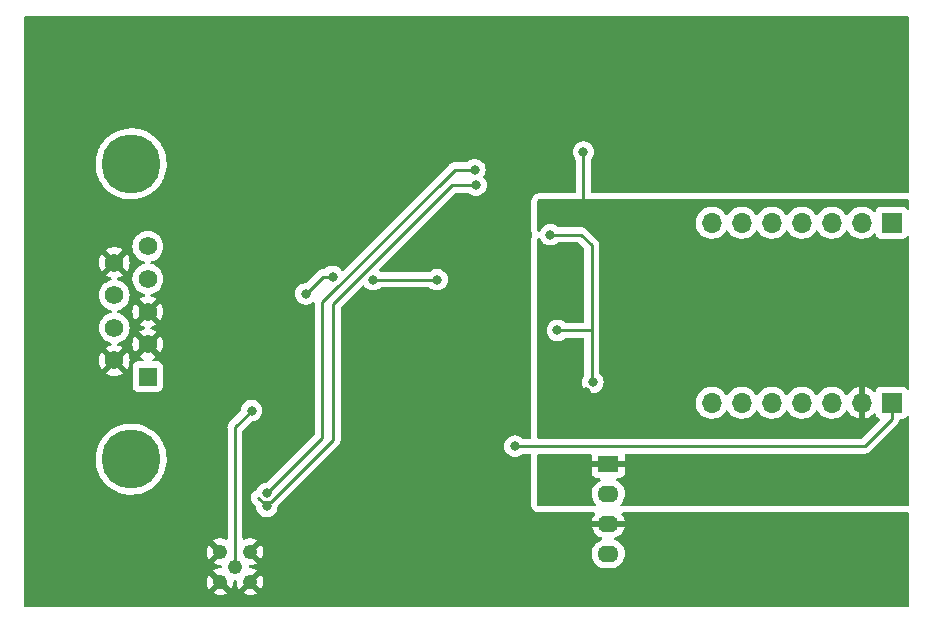
<source format=gbr>
%TF.GenerationSoftware,KiCad,Pcbnew,(6.0.4-0)*%
%TF.CreationDate,2022-06-27T11:15:04-06:00*%
%TF.ProjectId,DAC_pockel,4441435f-706f-4636-9b65-6c2e6b696361,rev?*%
%TF.SameCoordinates,Original*%
%TF.FileFunction,Copper,L2,Bot*%
%TF.FilePolarity,Positive*%
%FSLAX46Y46*%
G04 Gerber Fmt 4.6, Leading zero omitted, Abs format (unit mm)*
G04 Created by KiCad (PCBNEW (6.0.4-0)) date 2022-06-27 11:15:04*
%MOMM*%
%LPD*%
G01*
G04 APERTURE LIST*
%TA.AperFunction,ComponentPad*%
%ADD10C,5.000000*%
%TD*%
%TA.AperFunction,ComponentPad*%
%ADD11C,1.575000*%
%TD*%
%TA.AperFunction,ComponentPad*%
%ADD12R,1.575000X1.575000*%
%TD*%
%TA.AperFunction,ComponentPad*%
%ADD13O,1.700000X1.700000*%
%TD*%
%TA.AperFunction,ComponentPad*%
%ADD14R,1.700000X1.700000*%
%TD*%
%TA.AperFunction,ComponentPad*%
%ADD15R,1.800000X1.400000*%
%TD*%
%TA.AperFunction,ComponentPad*%
%ADD16O,1.800000X1.400000*%
%TD*%
%TA.AperFunction,ComponentPad*%
%ADD17C,1.240000*%
%TD*%
%TA.AperFunction,ViaPad*%
%ADD18C,0.800000*%
%TD*%
%TA.AperFunction,Conductor*%
%ADD19C,0.250000*%
%TD*%
G04 APERTURE END LIST*
D10*
%TO.P,J1,0*%
%TO.N,N/C*%
X97600000Y-81000000D03*
D11*
%TO.P,J1,9,9*%
%TO.N,GND*%
X96180000Y-64360000D03*
%TO.P,J1,8,8*%
%TO.N,/error*%
X96180000Y-67120000D03*
%TO.P,J1,7,7*%
%TO.N,unconnected-(J1-Pad7)*%
X96180000Y-69880000D03*
%TO.P,J1,6,6*%
%TO.N,GND*%
X96180000Y-72640000D03*
%TO.P,J1,5,5*%
%TO.N,/HVon*%
X99020000Y-62980000D03*
%TO.P,J1,4,4*%
%TO.N,/reset*%
X99020000Y-65740000D03*
%TO.P,J1,2,2*%
%TO.N,GND*%
X99020000Y-71260000D03*
D12*
%TO.P,J1,1,1*%
%TO.N,Net-(J1-Pad1)*%
X99020000Y-74020000D03*
D10*
%TO.P,J1,0*%
%TO.N,N/C*%
X97600000Y-56000000D03*
D11*
%TO.P,J1,3,3*%
%TO.N,GND*%
X99020000Y-68500000D03*
%TD*%
D13*
%TO.P,J3,7,Pin_7*%
%TO.N,Net-(J3-Pad7)*%
X146760000Y-76220000D03*
%TO.P,J3,6,Pin_6*%
%TO.N,Net-(J3-Pad6)*%
X149300000Y-76220000D03*
%TO.P,J3,5,Pin_5*%
%TO.N,Net-(J3-Pad5)*%
X151840000Y-76220000D03*
%TO.P,J3,4,Pin_4*%
%TO.N,Net-(J3-Pad4)*%
X154380000Y-76220000D03*
%TO.P,J3,3,Pin_3*%
%TO.N,VD*%
X156920000Y-76220000D03*
%TO.P,J3,2,Pin_2*%
%TO.N,GNDPWR*%
X159460000Y-76220000D03*
D14*
%TO.P,J3,1,Pin_1*%
%TO.N,/USB_5V*%
X162000000Y-76220000D03*
%TD*%
D13*
%TO.P,J2,7,Pin_7*%
%TO.N,Net-(J2-Pad7)*%
X146760000Y-60980000D03*
%TO.P,J2,6,Pin_6*%
%TO.N,/scl*%
X149300000Y-60980000D03*
%TO.P,J2,5,Pin_5*%
%TO.N,/sda*%
X151840000Y-60980000D03*
%TO.P,J2,4,Pin_4*%
%TO.N,/A3*%
X154380000Y-60980000D03*
%TO.P,J2,3,Pin_3*%
%TO.N,Net-(J2-Pad3)*%
X156920000Y-60980000D03*
%TO.P,J2,2,Pin_2*%
%TO.N,/A1*%
X159460000Y-60980000D03*
D14*
%TO.P,J2,1,Pin_1*%
%TO.N,/A0*%
X162000000Y-60980000D03*
%TD*%
D15*
%TO.P,PS1,1,-Vin*%
%TO.N,GNDPWR*%
X138000000Y-81400000D03*
D16*
%TO.P,PS1,2,+Vin*%
%TO.N,Net-(L1-Pad1)*%
X138000000Y-83940000D03*
%TO.P,PS1,3,0V*%
%TO.N,GND*%
X138000000Y-86480000D03*
%TO.P,PS1,4,+Vout*%
%TO.N,Net-(C3-Pad1)*%
X138000000Y-89020000D03*
%TD*%
D17*
%TO.P,J7,2,Ext*%
%TO.N,GND*%
X107670000Y-91370000D03*
X105130000Y-88830000D03*
X107670000Y-88830000D03*
X105130000Y-91370000D03*
%TO.P,J7,1,In*%
%TO.N,+5V*%
X106400000Y-90100000D03*
%TD*%
D18*
%TO.N,GND*%
X127000000Y-62000000D03*
X125000000Y-61000000D03*
X126000000Y-59000000D03*
X103480000Y-83620000D03*
%TO.N,GNDPWR*%
X136100000Y-75300000D03*
X135875000Y-60600000D03*
X135900000Y-55000000D03*
%TO.N,VD*%
X136700000Y-74500000D03*
X133100000Y-62000000D03*
X133700000Y-70100000D03*
%TO.N,/Sheet626DA5AD/sda*%
X109100000Y-85000000D03*
X126800000Y-57800000D03*
%TO.N,/Sheet626DA5AD/scl*%
X109100000Y-83900000D03*
X126700000Y-56500000D03*
%TO.N,+5V*%
X107800000Y-76900000D03*
%TO.N,/USB_5V*%
X130100000Y-79900000D03*
%TO.N,/error*%
X123500000Y-65800000D03*
X118100000Y-65800000D03*
X114662653Y-65537347D03*
X112400000Y-67000000D03*
%TD*%
D19*
%TO.N,GND*%
X103480000Y-75720000D02*
X103480000Y-83620000D01*
X99020000Y-71260000D02*
X103480000Y-75720000D01*
%TO.N,GNDPWR*%
X135875000Y-55025000D02*
X135900000Y-55000000D01*
X135875000Y-60600000D02*
X135875000Y-55025000D01*
%TO.N,VD*%
X136600000Y-74400000D02*
X136700000Y-74500000D01*
X136600000Y-65500000D02*
X136600000Y-62900000D01*
X135700000Y-62000000D02*
X133100000Y-62000000D01*
X136600000Y-62900000D02*
X135700000Y-62000000D01*
X133700000Y-70100000D02*
X136500000Y-70100000D01*
X136500000Y-70100000D02*
X136600000Y-70200000D01*
X136600000Y-70200000D02*
X136600000Y-74400000D01*
X136600000Y-65500000D02*
X136600000Y-70200000D01*
%TO.N,/Sheet626DA5AD/sda*%
X108751999Y-84625001D02*
X109448001Y-84625001D01*
X108374999Y-84248001D02*
X108751999Y-84625001D01*
X108374999Y-84274999D02*
X108374999Y-84248001D01*
X109448001Y-84625001D02*
X114700000Y-79373002D01*
X109100000Y-85000000D02*
X108374999Y-84274999D01*
X114700000Y-79373002D02*
X114700000Y-67900000D01*
X124800000Y-57800000D02*
X126800000Y-57800000D01*
X114700000Y-67900000D02*
X124800000Y-57800000D01*
%TO.N,/Sheet626DA5AD/scl*%
X109100000Y-83900000D02*
X113800000Y-79200000D01*
X113800000Y-79200000D02*
X113800000Y-67700000D01*
X125000000Y-56500000D02*
X126700000Y-56500000D01*
X113800000Y-67700000D02*
X125000000Y-56500000D01*
%TO.N,+5V*%
X106400000Y-78300000D02*
X107800000Y-76900000D01*
X106400000Y-90100000D02*
X106400000Y-78300000D01*
%TO.N,/USB_5V*%
X159700000Y-79900000D02*
X130100000Y-79900000D01*
X162000000Y-77600000D02*
X159700000Y-79900000D01*
X162000000Y-76500000D02*
X162000000Y-77600000D01*
%TO.N,/error*%
X123500000Y-65800000D02*
X118100000Y-65800000D01*
X113862653Y-65537347D02*
X112400000Y-67000000D01*
X114662653Y-65537347D02*
X113862653Y-65537347D01*
%TD*%
%TA.AperFunction,Conductor*%
%TO.N,GNDPWR*%
G36*
X163454645Y-77351180D02*
G01*
X163488635Y-77413511D01*
X163491500Y-77440226D01*
X163491500Y-84874000D01*
X163471498Y-84942121D01*
X163417842Y-84988614D01*
X163365500Y-85000000D01*
X139153312Y-85000000D01*
X139085191Y-84979998D01*
X139038698Y-84926342D01*
X139028594Y-84856068D01*
X139062828Y-84786315D01*
X139139074Y-84707636D01*
X139139076Y-84707633D01*
X139142977Y-84703608D01*
X139263297Y-84524553D01*
X139350008Y-84327020D01*
X139400368Y-84117255D01*
X139412786Y-83901887D01*
X139386870Y-83687723D01*
X139323437Y-83481534D01*
X139224495Y-83289836D01*
X139173208Y-83222997D01*
X139096585Y-83123140D01*
X139096581Y-83123136D01*
X139093169Y-83118689D01*
X138986331Y-83021474D01*
X138937758Y-82977276D01*
X138937755Y-82977274D01*
X138933611Y-82973503D01*
X138928859Y-82970522D01*
X138755621Y-82861849D01*
X138755617Y-82861847D01*
X138750865Y-82858866D01*
X138731062Y-82850905D01*
X138675319Y-82806939D01*
X138652194Y-82739814D01*
X138669031Y-82670843D01*
X138720484Y-82621923D01*
X138778060Y-82607999D01*
X138944669Y-82607999D01*
X138951490Y-82607629D01*
X139002352Y-82602105D01*
X139017604Y-82598479D01*
X139138054Y-82553324D01*
X139153649Y-82544786D01*
X139255724Y-82468285D01*
X139268285Y-82455724D01*
X139344786Y-82353649D01*
X139353324Y-82338054D01*
X139398478Y-82217606D01*
X139402105Y-82202351D01*
X139407631Y-82151486D01*
X139408000Y-82144672D01*
X139408000Y-81672115D01*
X139403525Y-81656876D01*
X139402135Y-81655671D01*
X139394452Y-81654000D01*
X136610116Y-81654000D01*
X136594877Y-81658475D01*
X136593672Y-81659865D01*
X136592001Y-81667548D01*
X136592001Y-82144669D01*
X136592371Y-82151490D01*
X136597895Y-82202352D01*
X136601521Y-82217604D01*
X136646676Y-82338054D01*
X136655214Y-82353649D01*
X136731715Y-82455724D01*
X136744276Y-82468285D01*
X136846351Y-82544786D01*
X136861946Y-82553324D01*
X136982394Y-82598478D01*
X136997649Y-82602105D01*
X137048514Y-82607631D01*
X137055328Y-82608000D01*
X137228438Y-82608000D01*
X137296559Y-82628002D01*
X137343052Y-82681658D01*
X137353156Y-82751932D01*
X137323662Y-82816512D01*
X137282683Y-82847726D01*
X137182337Y-82895589D01*
X137007149Y-83021474D01*
X136857023Y-83176392D01*
X136736703Y-83355447D01*
X136649992Y-83552980D01*
X136599632Y-83762745D01*
X136587214Y-83978113D01*
X136613130Y-84192277D01*
X136676563Y-84398466D01*
X136775505Y-84590164D01*
X136778920Y-84594614D01*
X136903415Y-84756860D01*
X136903419Y-84756864D01*
X136906831Y-84761311D01*
X136910975Y-84765082D01*
X136910979Y-84765086D01*
X136928256Y-84780806D01*
X136965179Y-84841446D01*
X136963456Y-84912422D01*
X136923634Y-84971199D01*
X136858357Y-84999116D01*
X136843457Y-85000000D01*
X132126000Y-85000000D01*
X132057879Y-84979998D01*
X132011386Y-84926342D01*
X132000000Y-84874000D01*
X132000000Y-80659500D01*
X132020002Y-80591379D01*
X132073658Y-80544886D01*
X132126000Y-80533500D01*
X136466000Y-80533500D01*
X136534121Y-80553502D01*
X136580614Y-80607158D01*
X136592000Y-80659500D01*
X136592000Y-81127885D01*
X136596475Y-81143124D01*
X136597865Y-81144329D01*
X136605548Y-81146000D01*
X139389884Y-81146000D01*
X139405123Y-81141525D01*
X139406328Y-81140135D01*
X139407999Y-81132452D01*
X139407999Y-80659500D01*
X139428001Y-80591379D01*
X139481657Y-80544886D01*
X139533999Y-80533500D01*
X159621233Y-80533500D01*
X159632416Y-80534027D01*
X159639909Y-80535702D01*
X159647835Y-80535453D01*
X159647836Y-80535453D01*
X159707986Y-80533562D01*
X159711945Y-80533500D01*
X159739856Y-80533500D01*
X159743791Y-80533003D01*
X159743856Y-80532995D01*
X159755693Y-80532062D01*
X159787951Y-80531048D01*
X159791970Y-80530922D01*
X159799889Y-80530673D01*
X159819343Y-80525021D01*
X159838700Y-80521013D01*
X159850930Y-80519468D01*
X159850931Y-80519468D01*
X159858797Y-80518474D01*
X159866168Y-80515555D01*
X159866170Y-80515555D01*
X159899912Y-80502196D01*
X159911142Y-80498351D01*
X159945983Y-80488229D01*
X159945984Y-80488229D01*
X159953593Y-80486018D01*
X159960412Y-80481985D01*
X159960417Y-80481983D01*
X159971028Y-80475707D01*
X159988776Y-80467012D01*
X160007617Y-80459552D01*
X160043387Y-80433564D01*
X160053307Y-80427048D01*
X160084535Y-80408580D01*
X160084538Y-80408578D01*
X160091362Y-80404542D01*
X160105683Y-80390221D01*
X160120717Y-80377380D01*
X160130694Y-80370131D01*
X160137107Y-80365472D01*
X160165298Y-80331395D01*
X160173288Y-80322616D01*
X162392247Y-78103657D01*
X162400537Y-78096113D01*
X162407018Y-78092000D01*
X162453659Y-78042332D01*
X162456413Y-78039491D01*
X162476134Y-78019770D01*
X162478612Y-78016575D01*
X162486318Y-78007553D01*
X162511158Y-77981101D01*
X162516586Y-77975321D01*
X162526346Y-77957568D01*
X162537199Y-77941045D01*
X162544753Y-77931306D01*
X162549613Y-77925041D01*
X162567176Y-77884457D01*
X162572383Y-77873827D01*
X162593695Y-77835060D01*
X162595666Y-77827383D01*
X162595668Y-77827378D01*
X162598732Y-77815442D01*
X162605138Y-77796730D01*
X162610033Y-77785419D01*
X162613181Y-77778145D01*
X162614421Y-77770317D01*
X162614423Y-77770310D01*
X162620099Y-77734476D01*
X162622505Y-77722856D01*
X162633500Y-77680031D01*
X162635017Y-77680421D01*
X162659783Y-77623633D01*
X162718842Y-77584231D01*
X162756409Y-77578500D01*
X162898134Y-77578500D01*
X162960316Y-77571745D01*
X163096705Y-77520615D01*
X163213261Y-77433261D01*
X163264674Y-77364661D01*
X163321533Y-77322146D01*
X163392352Y-77317120D01*
X163454645Y-77351180D01*
G37*
%TD.AperFunction*%
%TA.AperFunction,Conductor*%
G36*
X163433621Y-59020002D02*
G01*
X163480114Y-59073658D01*
X163491500Y-59126000D01*
X163491500Y-59759774D01*
X163471498Y-59827895D01*
X163417842Y-59874388D01*
X163347568Y-59884492D01*
X163282988Y-59854998D01*
X163264674Y-59835339D01*
X163218643Y-59773920D01*
X163218642Y-59773919D01*
X163213261Y-59766739D01*
X163096705Y-59679385D01*
X162960316Y-59628255D01*
X162898134Y-59621500D01*
X161101866Y-59621500D01*
X161039684Y-59628255D01*
X160903295Y-59679385D01*
X160786739Y-59766739D01*
X160699385Y-59883295D01*
X160696233Y-59891703D01*
X160654919Y-60001907D01*
X160612277Y-60058671D01*
X160545716Y-60083371D01*
X160476367Y-60068163D01*
X160443743Y-60042476D01*
X160393151Y-59986875D01*
X160393142Y-59986866D01*
X160389670Y-59983051D01*
X160385619Y-59979852D01*
X160385615Y-59979848D01*
X160218414Y-59847800D01*
X160218410Y-59847798D01*
X160214359Y-59844598D01*
X160197587Y-59835339D01*
X160162136Y-59815769D01*
X160018789Y-59736638D01*
X160013920Y-59734914D01*
X160013916Y-59734912D01*
X159813087Y-59663795D01*
X159813083Y-59663794D01*
X159808212Y-59662069D01*
X159803119Y-59661162D01*
X159803116Y-59661161D01*
X159593373Y-59623800D01*
X159593367Y-59623799D01*
X159588284Y-59622894D01*
X159514452Y-59621992D01*
X159370081Y-59620228D01*
X159370079Y-59620228D01*
X159364911Y-59620165D01*
X159144091Y-59653955D01*
X158931756Y-59723357D01*
X158901443Y-59739137D01*
X158834626Y-59773920D01*
X158733607Y-59826507D01*
X158729474Y-59829610D01*
X158729471Y-59829612D01*
X158559100Y-59957530D01*
X158554965Y-59960635D01*
X158515525Y-60001907D01*
X158461280Y-60058671D01*
X158400629Y-60122138D01*
X158293201Y-60279621D01*
X158238293Y-60324621D01*
X158167768Y-60332792D01*
X158104021Y-60301538D01*
X158083324Y-60277054D01*
X158002822Y-60152617D01*
X158002820Y-60152614D01*
X158000014Y-60148277D01*
X157849670Y-59983051D01*
X157845619Y-59979852D01*
X157845615Y-59979848D01*
X157678414Y-59847800D01*
X157678410Y-59847798D01*
X157674359Y-59844598D01*
X157657587Y-59835339D01*
X157622136Y-59815769D01*
X157478789Y-59736638D01*
X157473920Y-59734914D01*
X157473916Y-59734912D01*
X157273087Y-59663795D01*
X157273083Y-59663794D01*
X157268212Y-59662069D01*
X157263119Y-59661162D01*
X157263116Y-59661161D01*
X157053373Y-59623800D01*
X157053367Y-59623799D01*
X157048284Y-59622894D01*
X156974452Y-59621992D01*
X156830081Y-59620228D01*
X156830079Y-59620228D01*
X156824911Y-59620165D01*
X156604091Y-59653955D01*
X156391756Y-59723357D01*
X156361443Y-59739137D01*
X156294626Y-59773920D01*
X156193607Y-59826507D01*
X156189474Y-59829610D01*
X156189471Y-59829612D01*
X156019100Y-59957530D01*
X156014965Y-59960635D01*
X155975525Y-60001907D01*
X155921280Y-60058671D01*
X155860629Y-60122138D01*
X155753201Y-60279621D01*
X155698293Y-60324621D01*
X155627768Y-60332792D01*
X155564021Y-60301538D01*
X155543324Y-60277054D01*
X155462822Y-60152617D01*
X155462820Y-60152614D01*
X155460014Y-60148277D01*
X155309670Y-59983051D01*
X155305619Y-59979852D01*
X155305615Y-59979848D01*
X155138414Y-59847800D01*
X155138410Y-59847798D01*
X155134359Y-59844598D01*
X155117587Y-59835339D01*
X155082136Y-59815769D01*
X154938789Y-59736638D01*
X154933920Y-59734914D01*
X154933916Y-59734912D01*
X154733087Y-59663795D01*
X154733083Y-59663794D01*
X154728212Y-59662069D01*
X154723119Y-59661162D01*
X154723116Y-59661161D01*
X154513373Y-59623800D01*
X154513367Y-59623799D01*
X154508284Y-59622894D01*
X154434452Y-59621992D01*
X154290081Y-59620228D01*
X154290079Y-59620228D01*
X154284911Y-59620165D01*
X154064091Y-59653955D01*
X153851756Y-59723357D01*
X153821443Y-59739137D01*
X153754626Y-59773920D01*
X153653607Y-59826507D01*
X153649474Y-59829610D01*
X153649471Y-59829612D01*
X153479100Y-59957530D01*
X153474965Y-59960635D01*
X153435525Y-60001907D01*
X153381280Y-60058671D01*
X153320629Y-60122138D01*
X153213201Y-60279621D01*
X153158293Y-60324621D01*
X153087768Y-60332792D01*
X153024021Y-60301538D01*
X153003324Y-60277054D01*
X152922822Y-60152617D01*
X152922820Y-60152614D01*
X152920014Y-60148277D01*
X152769670Y-59983051D01*
X152765619Y-59979852D01*
X152765615Y-59979848D01*
X152598414Y-59847800D01*
X152598410Y-59847798D01*
X152594359Y-59844598D01*
X152577587Y-59835339D01*
X152542136Y-59815769D01*
X152398789Y-59736638D01*
X152393920Y-59734914D01*
X152393916Y-59734912D01*
X152193087Y-59663795D01*
X152193083Y-59663794D01*
X152188212Y-59662069D01*
X152183119Y-59661162D01*
X152183116Y-59661161D01*
X151973373Y-59623800D01*
X151973367Y-59623799D01*
X151968284Y-59622894D01*
X151894452Y-59621992D01*
X151750081Y-59620228D01*
X151750079Y-59620228D01*
X151744911Y-59620165D01*
X151524091Y-59653955D01*
X151311756Y-59723357D01*
X151281443Y-59739137D01*
X151214626Y-59773920D01*
X151113607Y-59826507D01*
X151109474Y-59829610D01*
X151109471Y-59829612D01*
X150939100Y-59957530D01*
X150934965Y-59960635D01*
X150895525Y-60001907D01*
X150841280Y-60058671D01*
X150780629Y-60122138D01*
X150673201Y-60279621D01*
X150618293Y-60324621D01*
X150547768Y-60332792D01*
X150484021Y-60301538D01*
X150463324Y-60277054D01*
X150382822Y-60152617D01*
X150382820Y-60152614D01*
X150380014Y-60148277D01*
X150229670Y-59983051D01*
X150225619Y-59979852D01*
X150225615Y-59979848D01*
X150058414Y-59847800D01*
X150058410Y-59847798D01*
X150054359Y-59844598D01*
X150037587Y-59835339D01*
X150002136Y-59815769D01*
X149858789Y-59736638D01*
X149853920Y-59734914D01*
X149853916Y-59734912D01*
X149653087Y-59663795D01*
X149653083Y-59663794D01*
X149648212Y-59662069D01*
X149643119Y-59661162D01*
X149643116Y-59661161D01*
X149433373Y-59623800D01*
X149433367Y-59623799D01*
X149428284Y-59622894D01*
X149354452Y-59621992D01*
X149210081Y-59620228D01*
X149210079Y-59620228D01*
X149204911Y-59620165D01*
X148984091Y-59653955D01*
X148771756Y-59723357D01*
X148741443Y-59739137D01*
X148674626Y-59773920D01*
X148573607Y-59826507D01*
X148569474Y-59829610D01*
X148569471Y-59829612D01*
X148399100Y-59957530D01*
X148394965Y-59960635D01*
X148355525Y-60001907D01*
X148301280Y-60058671D01*
X148240629Y-60122138D01*
X148133201Y-60279621D01*
X148078293Y-60324621D01*
X148007768Y-60332792D01*
X147944021Y-60301538D01*
X147923324Y-60277054D01*
X147842822Y-60152617D01*
X147842820Y-60152614D01*
X147840014Y-60148277D01*
X147689670Y-59983051D01*
X147685619Y-59979852D01*
X147685615Y-59979848D01*
X147518414Y-59847800D01*
X147518410Y-59847798D01*
X147514359Y-59844598D01*
X147497587Y-59835339D01*
X147462136Y-59815769D01*
X147318789Y-59736638D01*
X147313920Y-59734914D01*
X147313916Y-59734912D01*
X147113087Y-59663795D01*
X147113083Y-59663794D01*
X147108212Y-59662069D01*
X147103119Y-59661162D01*
X147103116Y-59661161D01*
X146893373Y-59623800D01*
X146893367Y-59623799D01*
X146888284Y-59622894D01*
X146814452Y-59621992D01*
X146670081Y-59620228D01*
X146670079Y-59620228D01*
X146664911Y-59620165D01*
X146444091Y-59653955D01*
X146231756Y-59723357D01*
X146201443Y-59739137D01*
X146134626Y-59773920D01*
X146033607Y-59826507D01*
X146029474Y-59829610D01*
X146029471Y-59829612D01*
X145859100Y-59957530D01*
X145854965Y-59960635D01*
X145815525Y-60001907D01*
X145761280Y-60058671D01*
X145700629Y-60122138D01*
X145574743Y-60306680D01*
X145480688Y-60509305D01*
X145420989Y-60724570D01*
X145397251Y-60946695D01*
X145397548Y-60951848D01*
X145397548Y-60951851D01*
X145407890Y-61131206D01*
X145410110Y-61169715D01*
X145411247Y-61174761D01*
X145411248Y-61174767D01*
X145419811Y-61212763D01*
X145459222Y-61387639D01*
X145497461Y-61481811D01*
X145540400Y-61587557D01*
X145543266Y-61594616D01*
X145580685Y-61655678D01*
X145657291Y-61780688D01*
X145659987Y-61785088D01*
X145806250Y-61953938D01*
X145861732Y-62000000D01*
X145960678Y-62082146D01*
X145978126Y-62096632D01*
X146171000Y-62209338D01*
X146379692Y-62289030D01*
X146384760Y-62290061D01*
X146384763Y-62290062D01*
X146488218Y-62311110D01*
X146598597Y-62333567D01*
X146603772Y-62333757D01*
X146603774Y-62333757D01*
X146816673Y-62341564D01*
X146816677Y-62341564D01*
X146821837Y-62341753D01*
X146826957Y-62341097D01*
X146826959Y-62341097D01*
X147038288Y-62314025D01*
X147038289Y-62314025D01*
X147043416Y-62313368D01*
X147048366Y-62311883D01*
X147252429Y-62250661D01*
X147252434Y-62250659D01*
X147257384Y-62249174D01*
X147457994Y-62150896D01*
X147639860Y-62021173D01*
X147798096Y-61863489D01*
X147857594Y-61780689D01*
X147928453Y-61682077D01*
X147929776Y-61683028D01*
X147976645Y-61639857D01*
X148046580Y-61627625D01*
X148112026Y-61655144D01*
X148139875Y-61686994D01*
X148199987Y-61785088D01*
X148346250Y-61953938D01*
X148401732Y-62000000D01*
X148500678Y-62082146D01*
X148518126Y-62096632D01*
X148711000Y-62209338D01*
X148919692Y-62289030D01*
X148924760Y-62290061D01*
X148924763Y-62290062D01*
X149028218Y-62311110D01*
X149138597Y-62333567D01*
X149143772Y-62333757D01*
X149143774Y-62333757D01*
X149356673Y-62341564D01*
X149356677Y-62341564D01*
X149361837Y-62341753D01*
X149366957Y-62341097D01*
X149366959Y-62341097D01*
X149578288Y-62314025D01*
X149578289Y-62314025D01*
X149583416Y-62313368D01*
X149588366Y-62311883D01*
X149792429Y-62250661D01*
X149792434Y-62250659D01*
X149797384Y-62249174D01*
X149997994Y-62150896D01*
X150179860Y-62021173D01*
X150338096Y-61863489D01*
X150397594Y-61780689D01*
X150468453Y-61682077D01*
X150469776Y-61683028D01*
X150516645Y-61639857D01*
X150586580Y-61627625D01*
X150652026Y-61655144D01*
X150679875Y-61686994D01*
X150739987Y-61785088D01*
X150886250Y-61953938D01*
X150941732Y-62000000D01*
X151040678Y-62082146D01*
X151058126Y-62096632D01*
X151251000Y-62209338D01*
X151459692Y-62289030D01*
X151464760Y-62290061D01*
X151464763Y-62290062D01*
X151568218Y-62311110D01*
X151678597Y-62333567D01*
X151683772Y-62333757D01*
X151683774Y-62333757D01*
X151896673Y-62341564D01*
X151896677Y-62341564D01*
X151901837Y-62341753D01*
X151906957Y-62341097D01*
X151906959Y-62341097D01*
X152118288Y-62314025D01*
X152118289Y-62314025D01*
X152123416Y-62313368D01*
X152128366Y-62311883D01*
X152332429Y-62250661D01*
X152332434Y-62250659D01*
X152337384Y-62249174D01*
X152537994Y-62150896D01*
X152719860Y-62021173D01*
X152878096Y-61863489D01*
X152937594Y-61780689D01*
X153008453Y-61682077D01*
X153009776Y-61683028D01*
X153056645Y-61639857D01*
X153126580Y-61627625D01*
X153192026Y-61655144D01*
X153219875Y-61686994D01*
X153279987Y-61785088D01*
X153426250Y-61953938D01*
X153481732Y-62000000D01*
X153580678Y-62082146D01*
X153598126Y-62096632D01*
X153791000Y-62209338D01*
X153999692Y-62289030D01*
X154004760Y-62290061D01*
X154004763Y-62290062D01*
X154108218Y-62311110D01*
X154218597Y-62333567D01*
X154223772Y-62333757D01*
X154223774Y-62333757D01*
X154436673Y-62341564D01*
X154436677Y-62341564D01*
X154441837Y-62341753D01*
X154446957Y-62341097D01*
X154446959Y-62341097D01*
X154658288Y-62314025D01*
X154658289Y-62314025D01*
X154663416Y-62313368D01*
X154668366Y-62311883D01*
X154872429Y-62250661D01*
X154872434Y-62250659D01*
X154877384Y-62249174D01*
X155077994Y-62150896D01*
X155259860Y-62021173D01*
X155418096Y-61863489D01*
X155477594Y-61780689D01*
X155548453Y-61682077D01*
X155549776Y-61683028D01*
X155596645Y-61639857D01*
X155666580Y-61627625D01*
X155732026Y-61655144D01*
X155759875Y-61686994D01*
X155819987Y-61785088D01*
X155966250Y-61953938D01*
X156021732Y-62000000D01*
X156120678Y-62082146D01*
X156138126Y-62096632D01*
X156331000Y-62209338D01*
X156539692Y-62289030D01*
X156544760Y-62290061D01*
X156544763Y-62290062D01*
X156648218Y-62311110D01*
X156758597Y-62333567D01*
X156763772Y-62333757D01*
X156763774Y-62333757D01*
X156976673Y-62341564D01*
X156976677Y-62341564D01*
X156981837Y-62341753D01*
X156986957Y-62341097D01*
X156986959Y-62341097D01*
X157198288Y-62314025D01*
X157198289Y-62314025D01*
X157203416Y-62313368D01*
X157208366Y-62311883D01*
X157412429Y-62250661D01*
X157412434Y-62250659D01*
X157417384Y-62249174D01*
X157617994Y-62150896D01*
X157799860Y-62021173D01*
X157958096Y-61863489D01*
X158017594Y-61780689D01*
X158088453Y-61682077D01*
X158089776Y-61683028D01*
X158136645Y-61639857D01*
X158206580Y-61627625D01*
X158272026Y-61655144D01*
X158299875Y-61686994D01*
X158359987Y-61785088D01*
X158506250Y-61953938D01*
X158561732Y-62000000D01*
X158660678Y-62082146D01*
X158678126Y-62096632D01*
X158871000Y-62209338D01*
X159079692Y-62289030D01*
X159084760Y-62290061D01*
X159084763Y-62290062D01*
X159188218Y-62311110D01*
X159298597Y-62333567D01*
X159303772Y-62333757D01*
X159303774Y-62333757D01*
X159516673Y-62341564D01*
X159516677Y-62341564D01*
X159521837Y-62341753D01*
X159526957Y-62341097D01*
X159526959Y-62341097D01*
X159738288Y-62314025D01*
X159738289Y-62314025D01*
X159743416Y-62313368D01*
X159748366Y-62311883D01*
X159952429Y-62250661D01*
X159952434Y-62250659D01*
X159957384Y-62249174D01*
X160157994Y-62150896D01*
X160339860Y-62021173D01*
X160448091Y-61913319D01*
X160510462Y-61879404D01*
X160581268Y-61884592D01*
X160638030Y-61927238D01*
X160655012Y-61958341D01*
X160677201Y-62017529D01*
X160699385Y-62076705D01*
X160786739Y-62193261D01*
X160903295Y-62280615D01*
X161039684Y-62331745D01*
X161101866Y-62338500D01*
X162898134Y-62338500D01*
X162960316Y-62331745D01*
X163096705Y-62280615D01*
X163213261Y-62193261D01*
X163264674Y-62124661D01*
X163321533Y-62082146D01*
X163392352Y-62077120D01*
X163454645Y-62111180D01*
X163488635Y-62173511D01*
X163491500Y-62200226D01*
X163491500Y-74999774D01*
X163471498Y-75067895D01*
X163417842Y-75114388D01*
X163347568Y-75124492D01*
X163282988Y-75094998D01*
X163264674Y-75075339D01*
X163218643Y-75013920D01*
X163218642Y-75013919D01*
X163213261Y-75006739D01*
X163096705Y-74919385D01*
X162960316Y-74868255D01*
X162898134Y-74861500D01*
X161101866Y-74861500D01*
X161039684Y-74868255D01*
X160903295Y-74919385D01*
X160786739Y-75006739D01*
X160699385Y-75123295D01*
X160696233Y-75131704D01*
X160696232Y-75131705D01*
X160654722Y-75242433D01*
X160612081Y-75299198D01*
X160545519Y-75323898D01*
X160476170Y-75308691D01*
X160443546Y-75283004D01*
X160392799Y-75227234D01*
X160385273Y-75220215D01*
X160218139Y-75088222D01*
X160209552Y-75082517D01*
X160023117Y-74979599D01*
X160013705Y-74975369D01*
X159812959Y-74904280D01*
X159802988Y-74901646D01*
X159731837Y-74888972D01*
X159718540Y-74890432D01*
X159714000Y-74904989D01*
X159714000Y-77538517D01*
X159718064Y-77552359D01*
X159731478Y-77554393D01*
X159738184Y-77553534D01*
X159748262Y-77551392D01*
X159952255Y-77490191D01*
X159961842Y-77486433D01*
X160153095Y-77392739D01*
X160161945Y-77387464D01*
X160335328Y-77263792D01*
X160343193Y-77257145D01*
X160447897Y-77152805D01*
X160510268Y-77118889D01*
X160581075Y-77124077D01*
X160637837Y-77166723D01*
X160654819Y-77197826D01*
X160699385Y-77316705D01*
X160786739Y-77433261D01*
X160903295Y-77520615D01*
X160911703Y-77523767D01*
X160923837Y-77528316D01*
X160980602Y-77570958D01*
X161005301Y-77637520D01*
X160990093Y-77706869D01*
X160968702Y-77735393D01*
X159474500Y-79229595D01*
X159412188Y-79263621D01*
X159385405Y-79266500D01*
X132126000Y-79266500D01*
X132057879Y-79246498D01*
X132011386Y-79192842D01*
X132000000Y-79140500D01*
X132000000Y-76186695D01*
X145397251Y-76186695D01*
X145410110Y-76409715D01*
X145411247Y-76414761D01*
X145411248Y-76414767D01*
X145432275Y-76508069D01*
X145459222Y-76627639D01*
X145543266Y-76834616D01*
X145594942Y-76918944D01*
X145657291Y-77020688D01*
X145659987Y-77025088D01*
X145806250Y-77193938D01*
X145882846Y-77257529D01*
X145960678Y-77322146D01*
X145978126Y-77336632D01*
X146171000Y-77449338D01*
X146379692Y-77529030D01*
X146384760Y-77530061D01*
X146384763Y-77530062D01*
X146479862Y-77549410D01*
X146598597Y-77573567D01*
X146603772Y-77573757D01*
X146603774Y-77573757D01*
X146816673Y-77581564D01*
X146816677Y-77581564D01*
X146821837Y-77581753D01*
X146826957Y-77581097D01*
X146826959Y-77581097D01*
X147038288Y-77554025D01*
X147038289Y-77554025D01*
X147043416Y-77553368D01*
X147048366Y-77551883D01*
X147252429Y-77490661D01*
X147252434Y-77490659D01*
X147257384Y-77489174D01*
X147457994Y-77390896D01*
X147639860Y-77261173D01*
X147798096Y-77103489D01*
X147857594Y-77020689D01*
X147928453Y-76922077D01*
X147929776Y-76923028D01*
X147976645Y-76879857D01*
X148046580Y-76867625D01*
X148112026Y-76895144D01*
X148139875Y-76926994D01*
X148199987Y-77025088D01*
X148346250Y-77193938D01*
X148422846Y-77257529D01*
X148500678Y-77322146D01*
X148518126Y-77336632D01*
X148711000Y-77449338D01*
X148919692Y-77529030D01*
X148924760Y-77530061D01*
X148924763Y-77530062D01*
X149019862Y-77549410D01*
X149138597Y-77573567D01*
X149143772Y-77573757D01*
X149143774Y-77573757D01*
X149356673Y-77581564D01*
X149356677Y-77581564D01*
X149361837Y-77581753D01*
X149366957Y-77581097D01*
X149366959Y-77581097D01*
X149578288Y-77554025D01*
X149578289Y-77554025D01*
X149583416Y-77553368D01*
X149588366Y-77551883D01*
X149792429Y-77490661D01*
X149792434Y-77490659D01*
X149797384Y-77489174D01*
X149997994Y-77390896D01*
X150179860Y-77261173D01*
X150338096Y-77103489D01*
X150397594Y-77020689D01*
X150468453Y-76922077D01*
X150469776Y-76923028D01*
X150516645Y-76879857D01*
X150586580Y-76867625D01*
X150652026Y-76895144D01*
X150679875Y-76926994D01*
X150739987Y-77025088D01*
X150886250Y-77193938D01*
X150962846Y-77257529D01*
X151040678Y-77322146D01*
X151058126Y-77336632D01*
X151251000Y-77449338D01*
X151459692Y-77529030D01*
X151464760Y-77530061D01*
X151464763Y-77530062D01*
X151559862Y-77549410D01*
X151678597Y-77573567D01*
X151683772Y-77573757D01*
X151683774Y-77573757D01*
X151896673Y-77581564D01*
X151896677Y-77581564D01*
X151901837Y-77581753D01*
X151906957Y-77581097D01*
X151906959Y-77581097D01*
X152118288Y-77554025D01*
X152118289Y-77554025D01*
X152123416Y-77553368D01*
X152128366Y-77551883D01*
X152332429Y-77490661D01*
X152332434Y-77490659D01*
X152337384Y-77489174D01*
X152537994Y-77390896D01*
X152719860Y-77261173D01*
X152878096Y-77103489D01*
X152937594Y-77020689D01*
X153008453Y-76922077D01*
X153009776Y-76923028D01*
X153056645Y-76879857D01*
X153126580Y-76867625D01*
X153192026Y-76895144D01*
X153219875Y-76926994D01*
X153279987Y-77025088D01*
X153426250Y-77193938D01*
X153502846Y-77257529D01*
X153580678Y-77322146D01*
X153598126Y-77336632D01*
X153791000Y-77449338D01*
X153999692Y-77529030D01*
X154004760Y-77530061D01*
X154004763Y-77530062D01*
X154099862Y-77549410D01*
X154218597Y-77573567D01*
X154223772Y-77573757D01*
X154223774Y-77573757D01*
X154436673Y-77581564D01*
X154436677Y-77581564D01*
X154441837Y-77581753D01*
X154446957Y-77581097D01*
X154446959Y-77581097D01*
X154658288Y-77554025D01*
X154658289Y-77554025D01*
X154663416Y-77553368D01*
X154668366Y-77551883D01*
X154872429Y-77490661D01*
X154872434Y-77490659D01*
X154877384Y-77489174D01*
X155077994Y-77390896D01*
X155259860Y-77261173D01*
X155418096Y-77103489D01*
X155477594Y-77020689D01*
X155548453Y-76922077D01*
X155549776Y-76923028D01*
X155596645Y-76879857D01*
X155666580Y-76867625D01*
X155732026Y-76895144D01*
X155759875Y-76926994D01*
X155819987Y-77025088D01*
X155966250Y-77193938D01*
X156042846Y-77257529D01*
X156120678Y-77322146D01*
X156138126Y-77336632D01*
X156331000Y-77449338D01*
X156539692Y-77529030D01*
X156544760Y-77530061D01*
X156544763Y-77530062D01*
X156639862Y-77549410D01*
X156758597Y-77573567D01*
X156763772Y-77573757D01*
X156763774Y-77573757D01*
X156976673Y-77581564D01*
X156976677Y-77581564D01*
X156981837Y-77581753D01*
X156986957Y-77581097D01*
X156986959Y-77581097D01*
X157198288Y-77554025D01*
X157198289Y-77554025D01*
X157203416Y-77553368D01*
X157208366Y-77551883D01*
X157412429Y-77490661D01*
X157412434Y-77490659D01*
X157417384Y-77489174D01*
X157617994Y-77390896D01*
X157799860Y-77261173D01*
X157958096Y-77103489D01*
X158017594Y-77020689D01*
X158088453Y-76922077D01*
X158089640Y-76922930D01*
X158136960Y-76879362D01*
X158206897Y-76867145D01*
X158272338Y-76894678D01*
X158300166Y-76926511D01*
X158357694Y-77020388D01*
X158363777Y-77028699D01*
X158503213Y-77189667D01*
X158510580Y-77196883D01*
X158674434Y-77332916D01*
X158682881Y-77338831D01*
X158866756Y-77446279D01*
X158876042Y-77450729D01*
X159075001Y-77526703D01*
X159084899Y-77529579D01*
X159188250Y-77550606D01*
X159202299Y-77549410D01*
X159206000Y-77539065D01*
X159206000Y-74903102D01*
X159202082Y-74889758D01*
X159187806Y-74887771D01*
X159149324Y-74893660D01*
X159139288Y-74896051D01*
X158936868Y-74962212D01*
X158927359Y-74966209D01*
X158738463Y-75064542D01*
X158729738Y-75070036D01*
X158559433Y-75197905D01*
X158551726Y-75204748D01*
X158404590Y-75358717D01*
X158398109Y-75366722D01*
X158293498Y-75520074D01*
X158238587Y-75565076D01*
X158168062Y-75573247D01*
X158104315Y-75541993D01*
X158083618Y-75517509D01*
X158002822Y-75392617D01*
X158002820Y-75392614D01*
X158000014Y-75388277D01*
X157849670Y-75223051D01*
X157845619Y-75219852D01*
X157845615Y-75219848D01*
X157678414Y-75087800D01*
X157678410Y-75087798D01*
X157674359Y-75084598D01*
X157657587Y-75075339D01*
X157596924Y-75041852D01*
X157478789Y-74976638D01*
X157473920Y-74974914D01*
X157473916Y-74974912D01*
X157273087Y-74903795D01*
X157273083Y-74903794D01*
X157268212Y-74902069D01*
X157263119Y-74901162D01*
X157263116Y-74901161D01*
X157053373Y-74863800D01*
X157053367Y-74863799D01*
X157048284Y-74862894D01*
X156974452Y-74861992D01*
X156830081Y-74860228D01*
X156830079Y-74860228D01*
X156824911Y-74860165D01*
X156604091Y-74893955D01*
X156391756Y-74963357D01*
X156321800Y-74999774D01*
X156294626Y-75013920D01*
X156193607Y-75066507D01*
X156189474Y-75069610D01*
X156189471Y-75069612D01*
X156019100Y-75197530D01*
X156014965Y-75200635D01*
X156011393Y-75204373D01*
X155925932Y-75293803D01*
X155860629Y-75362138D01*
X155753201Y-75519621D01*
X155698293Y-75564621D01*
X155627768Y-75572792D01*
X155564021Y-75541538D01*
X155543324Y-75517054D01*
X155462822Y-75392617D01*
X155462820Y-75392614D01*
X155460014Y-75388277D01*
X155309670Y-75223051D01*
X155305619Y-75219852D01*
X155305615Y-75219848D01*
X155138414Y-75087800D01*
X155138410Y-75087798D01*
X155134359Y-75084598D01*
X155117587Y-75075339D01*
X155056924Y-75041852D01*
X154938789Y-74976638D01*
X154933920Y-74974914D01*
X154933916Y-74974912D01*
X154733087Y-74903795D01*
X154733083Y-74903794D01*
X154728212Y-74902069D01*
X154723119Y-74901162D01*
X154723116Y-74901161D01*
X154513373Y-74863800D01*
X154513367Y-74863799D01*
X154508284Y-74862894D01*
X154434452Y-74861992D01*
X154290081Y-74860228D01*
X154290079Y-74860228D01*
X154284911Y-74860165D01*
X154064091Y-74893955D01*
X153851756Y-74963357D01*
X153781800Y-74999774D01*
X153754626Y-75013920D01*
X153653607Y-75066507D01*
X153649474Y-75069610D01*
X153649471Y-75069612D01*
X153479100Y-75197530D01*
X153474965Y-75200635D01*
X153471393Y-75204373D01*
X153385932Y-75293803D01*
X153320629Y-75362138D01*
X153213201Y-75519621D01*
X153158293Y-75564621D01*
X153087768Y-75572792D01*
X153024021Y-75541538D01*
X153003324Y-75517054D01*
X152922822Y-75392617D01*
X152922820Y-75392614D01*
X152920014Y-75388277D01*
X152769670Y-75223051D01*
X152765619Y-75219852D01*
X152765615Y-75219848D01*
X152598414Y-75087800D01*
X152598410Y-75087798D01*
X152594359Y-75084598D01*
X152577587Y-75075339D01*
X152516924Y-75041852D01*
X152398789Y-74976638D01*
X152393920Y-74974914D01*
X152393916Y-74974912D01*
X152193087Y-74903795D01*
X152193083Y-74903794D01*
X152188212Y-74902069D01*
X152183119Y-74901162D01*
X152183116Y-74901161D01*
X151973373Y-74863800D01*
X151973367Y-74863799D01*
X151968284Y-74862894D01*
X151894452Y-74861992D01*
X151750081Y-74860228D01*
X151750079Y-74860228D01*
X151744911Y-74860165D01*
X151524091Y-74893955D01*
X151311756Y-74963357D01*
X151241800Y-74999774D01*
X151214626Y-75013920D01*
X151113607Y-75066507D01*
X151109474Y-75069610D01*
X151109471Y-75069612D01*
X150939100Y-75197530D01*
X150934965Y-75200635D01*
X150931393Y-75204373D01*
X150845932Y-75293803D01*
X150780629Y-75362138D01*
X150673201Y-75519621D01*
X150618293Y-75564621D01*
X150547768Y-75572792D01*
X150484021Y-75541538D01*
X150463324Y-75517054D01*
X150382822Y-75392617D01*
X150382820Y-75392614D01*
X150380014Y-75388277D01*
X150229670Y-75223051D01*
X150225619Y-75219852D01*
X150225615Y-75219848D01*
X150058414Y-75087800D01*
X150058410Y-75087798D01*
X150054359Y-75084598D01*
X150037587Y-75075339D01*
X149976924Y-75041852D01*
X149858789Y-74976638D01*
X149853920Y-74974914D01*
X149853916Y-74974912D01*
X149653087Y-74903795D01*
X149653083Y-74903794D01*
X149648212Y-74902069D01*
X149643119Y-74901162D01*
X149643116Y-74901161D01*
X149433373Y-74863800D01*
X149433367Y-74863799D01*
X149428284Y-74862894D01*
X149354452Y-74861992D01*
X149210081Y-74860228D01*
X149210079Y-74860228D01*
X149204911Y-74860165D01*
X148984091Y-74893955D01*
X148771756Y-74963357D01*
X148701800Y-74999774D01*
X148674626Y-75013920D01*
X148573607Y-75066507D01*
X148569474Y-75069610D01*
X148569471Y-75069612D01*
X148399100Y-75197530D01*
X148394965Y-75200635D01*
X148391393Y-75204373D01*
X148305932Y-75293803D01*
X148240629Y-75362138D01*
X148133201Y-75519621D01*
X148078293Y-75564621D01*
X148007768Y-75572792D01*
X147944021Y-75541538D01*
X147923324Y-75517054D01*
X147842822Y-75392617D01*
X147842820Y-75392614D01*
X147840014Y-75388277D01*
X147689670Y-75223051D01*
X147685619Y-75219852D01*
X147685615Y-75219848D01*
X147518414Y-75087800D01*
X147518410Y-75087798D01*
X147514359Y-75084598D01*
X147497587Y-75075339D01*
X147436924Y-75041852D01*
X147318789Y-74976638D01*
X147313920Y-74974914D01*
X147313916Y-74974912D01*
X147113087Y-74903795D01*
X147113083Y-74903794D01*
X147108212Y-74902069D01*
X147103119Y-74901162D01*
X147103116Y-74901161D01*
X146893373Y-74863800D01*
X146893367Y-74863799D01*
X146888284Y-74862894D01*
X146814452Y-74861992D01*
X146670081Y-74860228D01*
X146670079Y-74860228D01*
X146664911Y-74860165D01*
X146444091Y-74893955D01*
X146231756Y-74963357D01*
X146161800Y-74999774D01*
X146134626Y-75013920D01*
X146033607Y-75066507D01*
X146029474Y-75069610D01*
X146029471Y-75069612D01*
X145859100Y-75197530D01*
X145854965Y-75200635D01*
X145851393Y-75204373D01*
X145765932Y-75293803D01*
X145700629Y-75362138D01*
X145697720Y-75366403D01*
X145697714Y-75366411D01*
X145695153Y-75370166D01*
X145574743Y-75546680D01*
X145480688Y-75749305D01*
X145420989Y-75964570D01*
X145397251Y-76186695D01*
X132000000Y-76186695D01*
X132000000Y-62350047D01*
X132020002Y-62281926D01*
X132073658Y-62235433D01*
X132143932Y-62225329D01*
X132208512Y-62254823D01*
X132245832Y-62311109D01*
X132265473Y-62371556D01*
X132268776Y-62377278D01*
X132268777Y-62377279D01*
X132301936Y-62434712D01*
X132360960Y-62536944D01*
X132365378Y-62541851D01*
X132365379Y-62541852D01*
X132436136Y-62620436D01*
X132488747Y-62678866D01*
X132587843Y-62750864D01*
X132615747Y-62771137D01*
X132643248Y-62791118D01*
X132649276Y-62793802D01*
X132649278Y-62793803D01*
X132807187Y-62864108D01*
X132817712Y-62868794D01*
X132908327Y-62888055D01*
X132998056Y-62907128D01*
X132998061Y-62907128D01*
X133004513Y-62908500D01*
X133195487Y-62908500D01*
X133201939Y-62907128D01*
X133201944Y-62907128D01*
X133291673Y-62888055D01*
X133382288Y-62868794D01*
X133392813Y-62864108D01*
X133550722Y-62793803D01*
X133550724Y-62793802D01*
X133556752Y-62791118D01*
X133584254Y-62771137D01*
X133697484Y-62688870D01*
X133711253Y-62678866D01*
X133715668Y-62673963D01*
X133720580Y-62669540D01*
X133721705Y-62670789D01*
X133775014Y-62637949D01*
X133808200Y-62633500D01*
X135385406Y-62633500D01*
X135453527Y-62653502D01*
X135474501Y-62670405D01*
X135929595Y-63125499D01*
X135963621Y-63187811D01*
X135966500Y-63214594D01*
X135966500Y-69340500D01*
X135946498Y-69408621D01*
X135892842Y-69455114D01*
X135840500Y-69466500D01*
X134408200Y-69466500D01*
X134340079Y-69446498D01*
X134320853Y-69430157D01*
X134320580Y-69430460D01*
X134315668Y-69426037D01*
X134311253Y-69421134D01*
X134156752Y-69308882D01*
X134150724Y-69306198D01*
X134150722Y-69306197D01*
X133988319Y-69233891D01*
X133988318Y-69233891D01*
X133982288Y-69231206D01*
X133888887Y-69211353D01*
X133801944Y-69192872D01*
X133801939Y-69192872D01*
X133795487Y-69191500D01*
X133604513Y-69191500D01*
X133598061Y-69192872D01*
X133598056Y-69192872D01*
X133511113Y-69211353D01*
X133417712Y-69231206D01*
X133411682Y-69233891D01*
X133411681Y-69233891D01*
X133249278Y-69306197D01*
X133249276Y-69306198D01*
X133243248Y-69308882D01*
X133088747Y-69421134D01*
X132960960Y-69563056D01*
X132865473Y-69728444D01*
X132806458Y-69910072D01*
X132786496Y-70100000D01*
X132787186Y-70106565D01*
X132805285Y-70278763D01*
X132806458Y-70289928D01*
X132865473Y-70471556D01*
X132960960Y-70636944D01*
X133088747Y-70778866D01*
X133243248Y-70891118D01*
X133249276Y-70893802D01*
X133249278Y-70893803D01*
X133411681Y-70966109D01*
X133417712Y-70968794D01*
X133511113Y-70988647D01*
X133598056Y-71007128D01*
X133598061Y-71007128D01*
X133604513Y-71008500D01*
X133795487Y-71008500D01*
X133801939Y-71007128D01*
X133801944Y-71007128D01*
X133888887Y-70988647D01*
X133982288Y-70968794D01*
X133988319Y-70966109D01*
X134150722Y-70893803D01*
X134150724Y-70893802D01*
X134156752Y-70891118D01*
X134311253Y-70778866D01*
X134315668Y-70773963D01*
X134320580Y-70769540D01*
X134321705Y-70770789D01*
X134375014Y-70737949D01*
X134408200Y-70733500D01*
X135840500Y-70733500D01*
X135908621Y-70753502D01*
X135955114Y-70807158D01*
X135966500Y-70859500D01*
X135966500Y-73919699D01*
X135949619Y-73982699D01*
X135865473Y-74128444D01*
X135806458Y-74310072D01*
X135786496Y-74500000D01*
X135806458Y-74689928D01*
X135865473Y-74871556D01*
X135868776Y-74877278D01*
X135868777Y-74877279D01*
X135891267Y-74916233D01*
X135960960Y-75036944D01*
X135965378Y-75041851D01*
X135965379Y-75041852D01*
X135988828Y-75067895D01*
X136088747Y-75178866D01*
X136243248Y-75291118D01*
X136249276Y-75293802D01*
X136249278Y-75293803D01*
X136402762Y-75362138D01*
X136417712Y-75368794D01*
X136509372Y-75388277D01*
X136598056Y-75407128D01*
X136598061Y-75407128D01*
X136604513Y-75408500D01*
X136795487Y-75408500D01*
X136801939Y-75407128D01*
X136801944Y-75407128D01*
X136890628Y-75388277D01*
X136982288Y-75368794D01*
X136997238Y-75362138D01*
X137150722Y-75293803D01*
X137150724Y-75293802D01*
X137156752Y-75291118D01*
X137311253Y-75178866D01*
X137411172Y-75067895D01*
X137434621Y-75041852D01*
X137434622Y-75041851D01*
X137439040Y-75036944D01*
X137508733Y-74916233D01*
X137531223Y-74877279D01*
X137531224Y-74877278D01*
X137534527Y-74871556D01*
X137593542Y-74689928D01*
X137613504Y-74500000D01*
X137593542Y-74310072D01*
X137534527Y-74128444D01*
X137439040Y-73963056D01*
X137311253Y-73821134D01*
X137285439Y-73802379D01*
X137242085Y-73746157D01*
X137233500Y-73700443D01*
X137233500Y-70278763D01*
X137234027Y-70267579D01*
X137235701Y-70260091D01*
X137233562Y-70192032D01*
X137233500Y-70188075D01*
X137233500Y-62978767D01*
X137234027Y-62967584D01*
X137235702Y-62960091D01*
X137233562Y-62892014D01*
X137233500Y-62888055D01*
X137233500Y-62860144D01*
X137232995Y-62856144D01*
X137232062Y-62844301D01*
X137230922Y-62808029D01*
X137230673Y-62800110D01*
X137225022Y-62780658D01*
X137221014Y-62761306D01*
X137219467Y-62749063D01*
X137218474Y-62741203D01*
X137215556Y-62733832D01*
X137202200Y-62700097D01*
X137198355Y-62688870D01*
X137195448Y-62678866D01*
X137186018Y-62646407D01*
X137181984Y-62639585D01*
X137181981Y-62639579D01*
X137175706Y-62628968D01*
X137167010Y-62611218D01*
X137162472Y-62599756D01*
X137162469Y-62599751D01*
X137159552Y-62592383D01*
X137133573Y-62556625D01*
X137127057Y-62546707D01*
X137108575Y-62515457D01*
X137104542Y-62508637D01*
X137090218Y-62494313D01*
X137077376Y-62479278D01*
X137065472Y-62462893D01*
X137031406Y-62434711D01*
X137022627Y-62426722D01*
X136203652Y-61607747D01*
X136196112Y-61599461D01*
X136192000Y-61592982D01*
X136142348Y-61546356D01*
X136139507Y-61543602D01*
X136119770Y-61523865D01*
X136116573Y-61521385D01*
X136107551Y-61513680D01*
X136081100Y-61488841D01*
X136075321Y-61483414D01*
X136068375Y-61479595D01*
X136068372Y-61479593D01*
X136057566Y-61473652D01*
X136041047Y-61462801D01*
X136035048Y-61458148D01*
X136025041Y-61450386D01*
X136017772Y-61447241D01*
X136017768Y-61447238D01*
X135984463Y-61432826D01*
X135973813Y-61427609D01*
X135935060Y-61406305D01*
X135915437Y-61401267D01*
X135896734Y-61394863D01*
X135885420Y-61389967D01*
X135885419Y-61389967D01*
X135878145Y-61386819D01*
X135870322Y-61385580D01*
X135870312Y-61385577D01*
X135834476Y-61379901D01*
X135822856Y-61377495D01*
X135787711Y-61368472D01*
X135787710Y-61368472D01*
X135780030Y-61366500D01*
X135759776Y-61366500D01*
X135740065Y-61364949D01*
X135727886Y-61363020D01*
X135720057Y-61361780D01*
X135712165Y-61362526D01*
X135676039Y-61365941D01*
X135664181Y-61366500D01*
X133808200Y-61366500D01*
X133740079Y-61346498D01*
X133720853Y-61330157D01*
X133720580Y-61330460D01*
X133715668Y-61326037D01*
X133711253Y-61321134D01*
X133556752Y-61208882D01*
X133550724Y-61206198D01*
X133550722Y-61206197D01*
X133388319Y-61133891D01*
X133388318Y-61133891D01*
X133382288Y-61131206D01*
X133288888Y-61111353D01*
X133201944Y-61092872D01*
X133201939Y-61092872D01*
X133195487Y-61091500D01*
X133004513Y-61091500D01*
X132998061Y-61092872D01*
X132998056Y-61092872D01*
X132911112Y-61111353D01*
X132817712Y-61131206D01*
X132811682Y-61133891D01*
X132811681Y-61133891D01*
X132649278Y-61206197D01*
X132649276Y-61206198D01*
X132643248Y-61208882D01*
X132488747Y-61321134D01*
X132484326Y-61326044D01*
X132484325Y-61326045D01*
X132375203Y-61447238D01*
X132360960Y-61463056D01*
X132265473Y-61628444D01*
X132247738Y-61683028D01*
X132245833Y-61688890D01*
X132205759Y-61747495D01*
X132140362Y-61775132D01*
X132070406Y-61763025D01*
X132018100Y-61715019D01*
X132000000Y-61649953D01*
X132000000Y-59126000D01*
X132020002Y-59057879D01*
X132073658Y-59011386D01*
X132126000Y-59000000D01*
X163365500Y-59000000D01*
X163433621Y-59020002D01*
G37*
%TD.AperFunction*%
%TD*%
%TA.AperFunction,Conductor*%
%TO.N,GND*%
G36*
X163433621Y-43528502D02*
G01*
X163480114Y-43582158D01*
X163491500Y-43634500D01*
X163491500Y-58360500D01*
X163471498Y-58428621D01*
X163417842Y-58475114D01*
X163365500Y-58486500D01*
X136634500Y-58486500D01*
X136566379Y-58466498D01*
X136519886Y-58412842D01*
X136508500Y-58360500D01*
X136508500Y-55730290D01*
X136528502Y-55662169D01*
X136540864Y-55645980D01*
X136634621Y-55541852D01*
X136634622Y-55541851D01*
X136639040Y-55536944D01*
X136734527Y-55371556D01*
X136793542Y-55189928D01*
X136813504Y-55000000D01*
X136793542Y-54810072D01*
X136734527Y-54628444D01*
X136639040Y-54463056D01*
X136511253Y-54321134D01*
X136356752Y-54208882D01*
X136350724Y-54206198D01*
X136350722Y-54206197D01*
X136188319Y-54133891D01*
X136188318Y-54133891D01*
X136182288Y-54131206D01*
X136088888Y-54111353D01*
X136001944Y-54092872D01*
X136001939Y-54092872D01*
X135995487Y-54091500D01*
X135804513Y-54091500D01*
X135798061Y-54092872D01*
X135798056Y-54092872D01*
X135711113Y-54111353D01*
X135617712Y-54131206D01*
X135611682Y-54133891D01*
X135611681Y-54133891D01*
X135449278Y-54206197D01*
X135449276Y-54206198D01*
X135443248Y-54208882D01*
X135288747Y-54321134D01*
X135160960Y-54463056D01*
X135065473Y-54628444D01*
X135006458Y-54810072D01*
X134986496Y-55000000D01*
X135006458Y-55189928D01*
X135065473Y-55371556D01*
X135160960Y-55536944D01*
X135165378Y-55541851D01*
X135165379Y-55541852D01*
X135209136Y-55590449D01*
X135239854Y-55654456D01*
X135241500Y-55674759D01*
X135241500Y-58360500D01*
X135221498Y-58428621D01*
X135167842Y-58475114D01*
X135115500Y-58486500D01*
X132126000Y-58486500D01*
X132122654Y-58486860D01*
X132122649Y-58486860D01*
X132020215Y-58497872D01*
X132020208Y-58497873D01*
X132016851Y-58498234D01*
X132013551Y-58498952D01*
X132013550Y-58498952D01*
X131967790Y-58508906D01*
X131967785Y-58508907D01*
X131964509Y-58509620D01*
X131860343Y-58544290D01*
X131737388Y-58623308D01*
X131683732Y-58669801D01*
X131680792Y-58673194D01*
X131593919Y-58773450D01*
X131593917Y-58773453D01*
X131588018Y-58780261D01*
X131527302Y-58913210D01*
X131507300Y-58981331D01*
X131506660Y-58985780D01*
X131506659Y-58985786D01*
X131502684Y-59013434D01*
X131486500Y-59126000D01*
X131486500Y-61649953D01*
X131487078Y-61654185D01*
X131487078Y-61654190D01*
X131498022Y-61734366D01*
X131505285Y-61787572D01*
X131523385Y-61852638D01*
X131566266Y-61952121D01*
X131574862Y-62022592D01*
X131565171Y-62054335D01*
X131527302Y-62137257D01*
X131507300Y-62205378D01*
X131506660Y-62209827D01*
X131506659Y-62209833D01*
X131487139Y-62345600D01*
X131486500Y-62350047D01*
X131486500Y-79140500D01*
X131466498Y-79208621D01*
X131412842Y-79255114D01*
X131360500Y-79266500D01*
X130808200Y-79266500D01*
X130740079Y-79246498D01*
X130720853Y-79230157D01*
X130720580Y-79230460D01*
X130715668Y-79226037D01*
X130711253Y-79221134D01*
X130556752Y-79108882D01*
X130550724Y-79106198D01*
X130550722Y-79106197D01*
X130388319Y-79033891D01*
X130388318Y-79033891D01*
X130382288Y-79031206D01*
X130282188Y-79009929D01*
X130201944Y-78992872D01*
X130201939Y-78992872D01*
X130195487Y-78991500D01*
X130004513Y-78991500D01*
X129998061Y-78992872D01*
X129998056Y-78992872D01*
X129917812Y-79009929D01*
X129817712Y-79031206D01*
X129811682Y-79033891D01*
X129811681Y-79033891D01*
X129649278Y-79106197D01*
X129649276Y-79106198D01*
X129643248Y-79108882D01*
X129488747Y-79221134D01*
X129484326Y-79226044D01*
X129484325Y-79226045D01*
X129432872Y-79283190D01*
X129360960Y-79363056D01*
X129357659Y-79368774D01*
X129284287Y-79495858D01*
X129265473Y-79528444D01*
X129206458Y-79710072D01*
X129205768Y-79716633D01*
X129205768Y-79716635D01*
X129190782Y-79859225D01*
X129186496Y-79900000D01*
X129206458Y-80089928D01*
X129265473Y-80271556D01*
X129360960Y-80436944D01*
X129365378Y-80441851D01*
X129365379Y-80441852D01*
X129474799Y-80563375D01*
X129488747Y-80578866D01*
X129643248Y-80691118D01*
X129649276Y-80693802D01*
X129649278Y-80693803D01*
X129811681Y-80766109D01*
X129817712Y-80768794D01*
X129911112Y-80788647D01*
X129998056Y-80807128D01*
X129998061Y-80807128D01*
X130004513Y-80808500D01*
X130195487Y-80808500D01*
X130201939Y-80807128D01*
X130201944Y-80807128D01*
X130288888Y-80788647D01*
X130382288Y-80768794D01*
X130388319Y-80766109D01*
X130550722Y-80693803D01*
X130550724Y-80693802D01*
X130556752Y-80691118D01*
X130613268Y-80650057D01*
X130689671Y-80594546D01*
X130711253Y-80578866D01*
X130715668Y-80573963D01*
X130720580Y-80569540D01*
X130721705Y-80570789D01*
X130775014Y-80537949D01*
X130808200Y-80533500D01*
X131360500Y-80533500D01*
X131428621Y-80553502D01*
X131475114Y-80607158D01*
X131486500Y-80659500D01*
X131486500Y-84874000D01*
X131486860Y-84877346D01*
X131486860Y-84877351D01*
X131493613Y-84940161D01*
X131498234Y-84983149D01*
X131498952Y-84986449D01*
X131498952Y-84986450D01*
X131501900Y-85000000D01*
X131509620Y-85035491D01*
X131544290Y-85139657D01*
X131623308Y-85262612D01*
X131669801Y-85316268D01*
X131673194Y-85319208D01*
X131773450Y-85406081D01*
X131773453Y-85406083D01*
X131780261Y-85411982D01*
X131913210Y-85472698D01*
X131936964Y-85479673D01*
X131977008Y-85491431D01*
X131977012Y-85491432D01*
X131981331Y-85492700D01*
X131985780Y-85493340D01*
X131985786Y-85493341D01*
X132121553Y-85512861D01*
X132121558Y-85512861D01*
X132126000Y-85513500D01*
X136758445Y-85513500D01*
X136826566Y-85533502D01*
X136873059Y-85587158D01*
X136883163Y-85657432D01*
X136857306Y-85716636D01*
X136857413Y-85716708D01*
X136857017Y-85717298D01*
X136856361Y-85718799D01*
X136854287Y-85721360D01*
X136740275Y-85891028D01*
X136734883Y-85900837D01*
X136652725Y-86087999D01*
X136649159Y-86098594D01*
X136622800Y-86208385D01*
X136623505Y-86222470D01*
X136632384Y-86226000D01*
X139367702Y-86226000D01*
X139381233Y-86222027D01*
X139382304Y-86214579D01*
X139324622Y-86027085D01*
X139320401Y-86016740D01*
X139226643Y-85835088D01*
X139220658Y-85825657D01*
X139136672Y-85716204D01*
X139111072Y-85649983D01*
X139125337Y-85580435D01*
X139174938Y-85529639D01*
X139236635Y-85513500D01*
X163365500Y-85513500D01*
X163433621Y-85533502D01*
X163480114Y-85587158D01*
X163491500Y-85639500D01*
X163491500Y-93365500D01*
X163471498Y-93433621D01*
X163417842Y-93480114D01*
X163365500Y-93491500D01*
X88634500Y-93491500D01*
X88566379Y-93471498D01*
X88519886Y-93417842D01*
X88508500Y-93365500D01*
X88508500Y-92325714D01*
X104538647Y-92325714D01*
X104548529Y-92338203D01*
X104584652Y-92362340D01*
X104594767Y-92367832D01*
X104774629Y-92445107D01*
X104785572Y-92448662D01*
X104976499Y-92491865D01*
X104987909Y-92493367D01*
X105183520Y-92501052D01*
X105195002Y-92500450D01*
X105388740Y-92472360D01*
X105399923Y-92469676D01*
X105585296Y-92406750D01*
X105595799Y-92402074D01*
X105712727Y-92336592D01*
X105722590Y-92326515D01*
X105722281Y-92325714D01*
X107078647Y-92325714D01*
X107088529Y-92338203D01*
X107124652Y-92362340D01*
X107134767Y-92367832D01*
X107314629Y-92445107D01*
X107325572Y-92448662D01*
X107516499Y-92491865D01*
X107527909Y-92493367D01*
X107723520Y-92501052D01*
X107735002Y-92500450D01*
X107928740Y-92472360D01*
X107939923Y-92469676D01*
X108125296Y-92406750D01*
X108135799Y-92402074D01*
X108252727Y-92336592D01*
X108262590Y-92326515D01*
X108259635Y-92318845D01*
X107682812Y-91742022D01*
X107668868Y-91734408D01*
X107667035Y-91734539D01*
X107660420Y-91738790D01*
X107084843Y-92314367D01*
X107078647Y-92325714D01*
X105722281Y-92325714D01*
X105719635Y-92318845D01*
X105142812Y-91742022D01*
X105128868Y-91734408D01*
X105127035Y-91734539D01*
X105120420Y-91738790D01*
X104544843Y-92314367D01*
X104538647Y-92325714D01*
X88508500Y-92325714D01*
X88508500Y-91346112D01*
X103997934Y-91346112D01*
X104010737Y-91541446D01*
X104012537Y-91552815D01*
X104060725Y-91742552D01*
X104064563Y-91753390D01*
X104146522Y-91931174D01*
X104152271Y-91941131D01*
X104161438Y-91954102D01*
X104172027Y-91962490D01*
X104185328Y-91955462D01*
X104757978Y-91382812D01*
X104765592Y-91368868D01*
X104765461Y-91367035D01*
X104761210Y-91360420D01*
X104183734Y-90782944D01*
X104171354Y-90776184D01*
X104165388Y-90780650D01*
X104086093Y-90931365D01*
X104081685Y-90942008D01*
X104023635Y-91128956D01*
X104021245Y-91140200D01*
X103998235Y-91334611D01*
X103997934Y-91346112D01*
X88508500Y-91346112D01*
X88508500Y-90414083D01*
X104538195Y-90414083D01*
X104541682Y-90422472D01*
X106074929Y-91955719D01*
X106087309Y-91962479D01*
X106093889Y-91957553D01*
X106162074Y-91835799D01*
X106166750Y-91825296D01*
X106229676Y-91639923D01*
X106232360Y-91628740D01*
X106260746Y-91432962D01*
X106261376Y-91425579D01*
X106262735Y-91373704D01*
X106262371Y-91362599D01*
X106263314Y-91362568D01*
X106276202Y-91296945D01*
X106325377Y-91245736D01*
X106392940Y-91229174D01*
X106396360Y-91229308D01*
X106417263Y-91230130D01*
X106484545Y-91252792D01*
X106528895Y-91308232D01*
X106538044Y-91347792D01*
X106550737Y-91541446D01*
X106552537Y-91552815D01*
X106600725Y-91742552D01*
X106604563Y-91753390D01*
X106686522Y-91931174D01*
X106692271Y-91941131D01*
X106701438Y-91954102D01*
X106712027Y-91962490D01*
X106725328Y-91955462D01*
X107309658Y-91371132D01*
X108034408Y-91371132D01*
X108034539Y-91372965D01*
X108038790Y-91379580D01*
X108614929Y-91955719D01*
X108627309Y-91962479D01*
X108633889Y-91957553D01*
X108702074Y-91835799D01*
X108706750Y-91825296D01*
X108769676Y-91639923D01*
X108772360Y-91628740D01*
X108800746Y-91432962D01*
X108801376Y-91425579D01*
X108802735Y-91373704D01*
X108802492Y-91366305D01*
X108784392Y-91169315D01*
X108782294Y-91157994D01*
X108729160Y-90969594D01*
X108725035Y-90958847D01*
X108638455Y-90783282D01*
X108637767Y-90782160D01*
X108629156Y-90775699D01*
X108616741Y-90782469D01*
X108042022Y-91357188D01*
X108034408Y-91371132D01*
X107309658Y-91371132D01*
X108254781Y-90426009D01*
X108261541Y-90413629D01*
X108255511Y-90405573D01*
X108189181Y-90363722D01*
X108178930Y-90358498D01*
X107997106Y-90285958D01*
X107986079Y-90282691D01*
X107794081Y-90244501D01*
X107782634Y-90243298D01*
X107657319Y-90241658D01*
X107589466Y-90220766D01*
X107543679Y-90166507D01*
X107533011Y-90112370D01*
X107533238Y-90103703D01*
X107533335Y-90100000D01*
X107532978Y-90096111D01*
X107532988Y-90096063D01*
X107532874Y-90092599D01*
X107533673Y-90092573D01*
X107546669Y-90026447D01*
X107595849Y-89975244D01*
X107663397Y-89958690D01*
X107723520Y-89961052D01*
X107735002Y-89960450D01*
X107928740Y-89932360D01*
X107939923Y-89929676D01*
X108125296Y-89866750D01*
X108135799Y-89862074D01*
X108252727Y-89796592D01*
X108262590Y-89786515D01*
X108259635Y-89778845D01*
X107399885Y-88919095D01*
X107365859Y-88856783D01*
X107367694Y-88831132D01*
X108034408Y-88831132D01*
X108034539Y-88832965D01*
X108038790Y-88839580D01*
X108614929Y-89415719D01*
X108627309Y-89422479D01*
X108633889Y-89417553D01*
X108702074Y-89295799D01*
X108706750Y-89285296D01*
X108769676Y-89099923D01*
X108772360Y-89088740D01*
X108776801Y-89058113D01*
X136587214Y-89058113D01*
X136613130Y-89272277D01*
X136614777Y-89277631D01*
X136614778Y-89277635D01*
X136649708Y-89391174D01*
X136676563Y-89478466D01*
X136775505Y-89670164D01*
X136778920Y-89674614D01*
X136903415Y-89836860D01*
X136903419Y-89836864D01*
X136906831Y-89841311D01*
X136932168Y-89864366D01*
X137062242Y-89982724D01*
X137062245Y-89982726D01*
X137066389Y-89986497D01*
X137071141Y-89989478D01*
X137244379Y-90098151D01*
X137244383Y-90098153D01*
X137249135Y-90101134D01*
X137449293Y-90181597D01*
X137660537Y-90225344D01*
X137665148Y-90225610D01*
X137665149Y-90225610D01*
X137713452Y-90228395D01*
X137713456Y-90228395D01*
X137715275Y-90228500D01*
X138254735Y-90228500D01*
X138257522Y-90228251D01*
X138257528Y-90228251D01*
X138324240Y-90222297D01*
X138414872Y-90214208D01*
X138550754Y-90177035D01*
X138617536Y-90158766D01*
X138617540Y-90158765D01*
X138622952Y-90157284D01*
X138817663Y-90064411D01*
X138992851Y-89938526D01*
X139105443Y-89822340D01*
X139139074Y-89787636D01*
X139139076Y-89787633D01*
X139142977Y-89783608D01*
X139263297Y-89604553D01*
X139350008Y-89407020D01*
X139400368Y-89197255D01*
X139411003Y-89012815D01*
X139412463Y-88987494D01*
X139412463Y-88987491D01*
X139412786Y-88981887D01*
X139401132Y-88885579D01*
X139387544Y-88773292D01*
X139387544Y-88773291D01*
X139386870Y-88767723D01*
X139344290Y-88629315D01*
X139325085Y-88566891D01*
X139323437Y-88561534D01*
X139224495Y-88369836D01*
X139173208Y-88302997D01*
X139096585Y-88203140D01*
X139096581Y-88203136D01*
X139093169Y-88198689D01*
X138986331Y-88101474D01*
X138937758Y-88057276D01*
X138937755Y-88057274D01*
X138933611Y-88053503D01*
X138928859Y-88050522D01*
X138755621Y-87941849D01*
X138755617Y-87941847D01*
X138750865Y-87938866D01*
X138569662Y-87866023D01*
X138513918Y-87822056D01*
X138490793Y-87754931D01*
X138507630Y-87685960D01*
X138559083Y-87637040D01*
X138583412Y-87627582D01*
X138617364Y-87618294D01*
X138627839Y-87614399D01*
X138812341Y-87526396D01*
X138821970Y-87520701D01*
X138987963Y-87401423D01*
X138996428Y-87394116D01*
X139138684Y-87247320D01*
X139145714Y-87238638D01*
X139259725Y-87068972D01*
X139265117Y-87059163D01*
X139347275Y-86872001D01*
X139350841Y-86861406D01*
X139377200Y-86751615D01*
X139376495Y-86737530D01*
X139367616Y-86734000D01*
X136632298Y-86734000D01*
X136618767Y-86737973D01*
X136617696Y-86745421D01*
X136675378Y-86932915D01*
X136679599Y-86943260D01*
X136773357Y-87124912D01*
X136779342Y-87134343D01*
X136903785Y-87296520D01*
X136911352Y-87304749D01*
X137062539Y-87442319D01*
X137071450Y-87449082D01*
X137244604Y-87557701D01*
X137254574Y-87562782D01*
X137430366Y-87633450D01*
X137486110Y-87677417D01*
X137509235Y-87744542D01*
X137492398Y-87813513D01*
X137440945Y-87862433D01*
X137416617Y-87871891D01*
X137382465Y-87881234D01*
X137377048Y-87882716D01*
X137182337Y-87975589D01*
X137007149Y-88101474D01*
X137003242Y-88105506D01*
X136870815Y-88242160D01*
X136857023Y-88256392D01*
X136736703Y-88435447D01*
X136649992Y-88632980D01*
X136617643Y-88767723D01*
X136601803Y-88833704D01*
X136599632Y-88842745D01*
X136587214Y-89058113D01*
X108776801Y-89058113D01*
X108800746Y-88892962D01*
X108801376Y-88885579D01*
X108802735Y-88833704D01*
X108802492Y-88826305D01*
X108784392Y-88629315D01*
X108782294Y-88617994D01*
X108729160Y-88429594D01*
X108725035Y-88418847D01*
X108638455Y-88243282D01*
X108637767Y-88242160D01*
X108629156Y-88235699D01*
X108616741Y-88242469D01*
X108042022Y-88817188D01*
X108034408Y-88831132D01*
X107367694Y-88831132D01*
X107370924Y-88785968D01*
X107399885Y-88740905D01*
X108254781Y-87886009D01*
X108261541Y-87873629D01*
X108255511Y-87865573D01*
X108189181Y-87823722D01*
X108178930Y-87818498D01*
X107997106Y-87745958D01*
X107986079Y-87742691D01*
X107794081Y-87704501D01*
X107782634Y-87703298D01*
X107586901Y-87700736D01*
X107575421Y-87701639D01*
X107382499Y-87734789D01*
X107371379Y-87737769D01*
X107203111Y-87799846D01*
X107132277Y-87804658D01*
X107070087Y-87770411D01*
X107036285Y-87707978D01*
X107033500Y-87681634D01*
X107033500Y-84214908D01*
X107739297Y-84214908D01*
X107739510Y-84221676D01*
X107741437Y-84282985D01*
X107741499Y-84286944D01*
X107741499Y-84314855D01*
X107741996Y-84318789D01*
X107741996Y-84318790D01*
X107742004Y-84318855D01*
X107742937Y-84330692D01*
X107744326Y-84374888D01*
X107749977Y-84394338D01*
X107753986Y-84413699D01*
X107756525Y-84433796D01*
X107759444Y-84441167D01*
X107759444Y-84441169D01*
X107772803Y-84474911D01*
X107776648Y-84486141D01*
X107788981Y-84528592D01*
X107793014Y-84535411D01*
X107793016Y-84535416D01*
X107799292Y-84546027D01*
X107807987Y-84563775D01*
X107815447Y-84582616D01*
X107820109Y-84589032D01*
X107820109Y-84589033D01*
X107841435Y-84618386D01*
X107847951Y-84628306D01*
X107870457Y-84666361D01*
X107884778Y-84680682D01*
X107897618Y-84695715D01*
X107909527Y-84712106D01*
X107915633Y-84717157D01*
X107943604Y-84740297D01*
X107952383Y-84748287D01*
X108152878Y-84948782D01*
X108186904Y-85011094D01*
X108189092Y-85024703D01*
X108206458Y-85189928D01*
X108265473Y-85371556D01*
X108360960Y-85536944D01*
X108488747Y-85678866D01*
X108643248Y-85791118D01*
X108649276Y-85793802D01*
X108649278Y-85793803D01*
X108811681Y-85866109D01*
X108817712Y-85868794D01*
X108911113Y-85888647D01*
X108998056Y-85907128D01*
X108998061Y-85907128D01*
X109004513Y-85908500D01*
X109195487Y-85908500D01*
X109201939Y-85907128D01*
X109201944Y-85907128D01*
X109288887Y-85888647D01*
X109382288Y-85868794D01*
X109388319Y-85866109D01*
X109550722Y-85793803D01*
X109550724Y-85793802D01*
X109556752Y-85791118D01*
X109711253Y-85678866D01*
X109839040Y-85536944D01*
X109934527Y-85371556D01*
X109993542Y-85189928D01*
X110013504Y-85000000D01*
X110015194Y-85000178D01*
X110032816Y-84940161D01*
X110049719Y-84919187D01*
X115092247Y-79876659D01*
X115100537Y-79869115D01*
X115107018Y-79865002D01*
X115153659Y-79815334D01*
X115156413Y-79812493D01*
X115176134Y-79792772D01*
X115178612Y-79789577D01*
X115186318Y-79780555D01*
X115211158Y-79754103D01*
X115216586Y-79748323D01*
X115226346Y-79730570D01*
X115237199Y-79714047D01*
X115244753Y-79704308D01*
X115249613Y-79698043D01*
X115267176Y-79657459D01*
X115272383Y-79646829D01*
X115293695Y-79608062D01*
X115295666Y-79600385D01*
X115295668Y-79600380D01*
X115298732Y-79588444D01*
X115305138Y-79569732D01*
X115310033Y-79558421D01*
X115313181Y-79551147D01*
X115314421Y-79543319D01*
X115314423Y-79543312D01*
X115320099Y-79507478D01*
X115322505Y-79495858D01*
X115331528Y-79460713D01*
X115331528Y-79460712D01*
X115333500Y-79453032D01*
X115333500Y-79432778D01*
X115335051Y-79413067D01*
X115336980Y-79400888D01*
X115338220Y-79393059D01*
X115334059Y-79349040D01*
X115333500Y-79337183D01*
X115333500Y-68214594D01*
X115353502Y-68146473D01*
X115370405Y-68125499D01*
X117172134Y-66323770D01*
X117234446Y-66289744D01*
X117305261Y-66294809D01*
X117360849Y-66337044D01*
X117360960Y-66336944D01*
X117361486Y-66337529D01*
X117361488Y-66337531D01*
X117488747Y-66478866D01*
X117587843Y-66550864D01*
X117616555Y-66571724D01*
X117643248Y-66591118D01*
X117649276Y-66593802D01*
X117649278Y-66593803D01*
X117741200Y-66634729D01*
X117817712Y-66668794D01*
X117911112Y-66688647D01*
X117998056Y-66707128D01*
X117998061Y-66707128D01*
X118004513Y-66708500D01*
X118195487Y-66708500D01*
X118201939Y-66707128D01*
X118201944Y-66707128D01*
X118288888Y-66688647D01*
X118382288Y-66668794D01*
X118458800Y-66634729D01*
X118550722Y-66593803D01*
X118550724Y-66593802D01*
X118556752Y-66591118D01*
X118583446Y-66571724D01*
X118689671Y-66494546D01*
X118711253Y-66478866D01*
X118715668Y-66473963D01*
X118720580Y-66469540D01*
X118721705Y-66470789D01*
X118775014Y-66437949D01*
X118808200Y-66433500D01*
X122791800Y-66433500D01*
X122859921Y-66453502D01*
X122879147Y-66469843D01*
X122879420Y-66469540D01*
X122884332Y-66473963D01*
X122888747Y-66478866D01*
X122910329Y-66494546D01*
X123016555Y-66571724D01*
X123043248Y-66591118D01*
X123049276Y-66593802D01*
X123049278Y-66593803D01*
X123141200Y-66634729D01*
X123217712Y-66668794D01*
X123311112Y-66688647D01*
X123398056Y-66707128D01*
X123398061Y-66707128D01*
X123404513Y-66708500D01*
X123595487Y-66708500D01*
X123601939Y-66707128D01*
X123601944Y-66707128D01*
X123688888Y-66688647D01*
X123782288Y-66668794D01*
X123858800Y-66634729D01*
X123950722Y-66593803D01*
X123950724Y-66593802D01*
X123956752Y-66591118D01*
X123983446Y-66571724D01*
X124012157Y-66550864D01*
X124111253Y-66478866D01*
X124239040Y-66336944D01*
X124323915Y-66189936D01*
X124331223Y-66177279D01*
X124331224Y-66177278D01*
X124334527Y-66171556D01*
X124393542Y-65989928D01*
X124395509Y-65971218D01*
X124412814Y-65806565D01*
X124413504Y-65800000D01*
X124404975Y-65718847D01*
X124394232Y-65616635D01*
X124394232Y-65616633D01*
X124393542Y-65610072D01*
X124334527Y-65428444D01*
X124239040Y-65263056D01*
X124111253Y-65121134D01*
X123956752Y-65008882D01*
X123950724Y-65006198D01*
X123950722Y-65006197D01*
X123788319Y-64933891D01*
X123788318Y-64933891D01*
X123782288Y-64931206D01*
X123688888Y-64911353D01*
X123601944Y-64892872D01*
X123601939Y-64892872D01*
X123595487Y-64891500D01*
X123404513Y-64891500D01*
X123398061Y-64892872D01*
X123398056Y-64892872D01*
X123311112Y-64911353D01*
X123217712Y-64931206D01*
X123211682Y-64933891D01*
X123211681Y-64933891D01*
X123049278Y-65006197D01*
X123049276Y-65006198D01*
X123043248Y-65008882D01*
X123037907Y-65012762D01*
X123037906Y-65012763D01*
X122955640Y-65072533D01*
X122888747Y-65121134D01*
X122884332Y-65126037D01*
X122879420Y-65130460D01*
X122878295Y-65129211D01*
X122824986Y-65162051D01*
X122791800Y-65166500D01*
X118808200Y-65166500D01*
X118740079Y-65146498D01*
X118720853Y-65130157D01*
X118720580Y-65130460D01*
X118715667Y-65126036D01*
X118711253Y-65121134D01*
X118635716Y-65066253D01*
X118592363Y-65010030D01*
X118586288Y-64939294D01*
X118620683Y-64875222D01*
X125025500Y-58470405D01*
X125087812Y-58436379D01*
X125114595Y-58433500D01*
X126091800Y-58433500D01*
X126159921Y-58453502D01*
X126179147Y-58469843D01*
X126179420Y-58469540D01*
X126184332Y-58473963D01*
X126188747Y-58478866D01*
X126199254Y-58486500D01*
X126275371Y-58541802D01*
X126343248Y-58591118D01*
X126349276Y-58593802D01*
X126349278Y-58593803D01*
X126511681Y-58666109D01*
X126517712Y-58668794D01*
X126594595Y-58685136D01*
X126698056Y-58707128D01*
X126698061Y-58707128D01*
X126704513Y-58708500D01*
X126895487Y-58708500D01*
X126901939Y-58707128D01*
X126901944Y-58707128D01*
X127005405Y-58685136D01*
X127082288Y-58668794D01*
X127088319Y-58666109D01*
X127250722Y-58593803D01*
X127250724Y-58593802D01*
X127256752Y-58591118D01*
X127411253Y-58478866D01*
X127434091Y-58453502D01*
X127534621Y-58341852D01*
X127534622Y-58341851D01*
X127539040Y-58336944D01*
X127634527Y-58171556D01*
X127693542Y-57989928D01*
X127713504Y-57800000D01*
X127693542Y-57610072D01*
X127634527Y-57428444D01*
X127539040Y-57263056D01*
X127459820Y-57175074D01*
X127429105Y-57111069D01*
X127437868Y-57040616D01*
X127444339Y-57027766D01*
X127531223Y-56877279D01*
X127531224Y-56877278D01*
X127534527Y-56871556D01*
X127593542Y-56689928D01*
X127613504Y-56500000D01*
X127593542Y-56310072D01*
X127534527Y-56128444D01*
X127439040Y-55963056D01*
X127422882Y-55945110D01*
X127315675Y-55826045D01*
X127315674Y-55826044D01*
X127311253Y-55821134D01*
X127212157Y-55749136D01*
X127162094Y-55712763D01*
X127162093Y-55712762D01*
X127156752Y-55708882D01*
X127150724Y-55706198D01*
X127150722Y-55706197D01*
X126988319Y-55633891D01*
X126988318Y-55633891D01*
X126982288Y-55631206D01*
X126888888Y-55611353D01*
X126801944Y-55592872D01*
X126801939Y-55592872D01*
X126795487Y-55591500D01*
X126604513Y-55591500D01*
X126598061Y-55592872D01*
X126598056Y-55592872D01*
X126511113Y-55611353D01*
X126417712Y-55631206D01*
X126411682Y-55633891D01*
X126411681Y-55633891D01*
X126249278Y-55706197D01*
X126249276Y-55706198D01*
X126243248Y-55708882D01*
X126237907Y-55712762D01*
X126237906Y-55712763D01*
X126110329Y-55805454D01*
X126088747Y-55821134D01*
X126084332Y-55826037D01*
X126079420Y-55830460D01*
X126078295Y-55829211D01*
X126024986Y-55862051D01*
X125991800Y-55866500D01*
X125078767Y-55866500D01*
X125067584Y-55865973D01*
X125060091Y-55864298D01*
X125052165Y-55864547D01*
X125052164Y-55864547D01*
X124992001Y-55866438D01*
X124988043Y-55866500D01*
X124960144Y-55866500D01*
X124956154Y-55867004D01*
X124944320Y-55867936D01*
X124900111Y-55869326D01*
X124892497Y-55871538D01*
X124892492Y-55871539D01*
X124880659Y-55874977D01*
X124861296Y-55878988D01*
X124841203Y-55881526D01*
X124833836Y-55884443D01*
X124833831Y-55884444D01*
X124800092Y-55897802D01*
X124788865Y-55901646D01*
X124781561Y-55903768D01*
X124746407Y-55913982D01*
X124739581Y-55918019D01*
X124728972Y-55924293D01*
X124711224Y-55932988D01*
X124692383Y-55940448D01*
X124685967Y-55945110D01*
X124685966Y-55945110D01*
X124656613Y-55966436D01*
X124646693Y-55972952D01*
X124615465Y-55991420D01*
X124615462Y-55991422D01*
X124608638Y-55995458D01*
X124594317Y-56009779D01*
X124579284Y-56022619D01*
X124562893Y-56034528D01*
X124557842Y-56040634D01*
X124534702Y-56068605D01*
X124526712Y-56077384D01*
X115590519Y-65013576D01*
X115528207Y-65047602D01*
X115457392Y-65042537D01*
X115401803Y-65000304D01*
X115401693Y-65000403D01*
X115401172Y-64999824D01*
X115401171Y-64999823D01*
X115339388Y-64931206D01*
X115278328Y-64863392D01*
X115278327Y-64863391D01*
X115273906Y-64858481D01*
X115119405Y-64746229D01*
X115113377Y-64743545D01*
X115113375Y-64743544D01*
X114950972Y-64671238D01*
X114950971Y-64671238D01*
X114944941Y-64668553D01*
X114851540Y-64648700D01*
X114764597Y-64630219D01*
X114764592Y-64630219D01*
X114758140Y-64628847D01*
X114567166Y-64628847D01*
X114560714Y-64630219D01*
X114560709Y-64630219D01*
X114473766Y-64648700D01*
X114380365Y-64668553D01*
X114374335Y-64671238D01*
X114374334Y-64671238D01*
X114211931Y-64743544D01*
X114211929Y-64743545D01*
X114205901Y-64746229D01*
X114051400Y-64858481D01*
X114046985Y-64863384D01*
X114042073Y-64867807D01*
X114040948Y-64866558D01*
X113987639Y-64899398D01*
X113954453Y-64903847D01*
X113941421Y-64903847D01*
X113930238Y-64903320D01*
X113922745Y-64901645D01*
X113914819Y-64901894D01*
X113914818Y-64901894D01*
X113854655Y-64903785D01*
X113850697Y-64903847D01*
X113822797Y-64903847D01*
X113818807Y-64904351D01*
X113806973Y-64905283D01*
X113762764Y-64906673D01*
X113755150Y-64908885D01*
X113755145Y-64908886D01*
X113743312Y-64912324D01*
X113723949Y-64916335D01*
X113703856Y-64918873D01*
X113696489Y-64921790D01*
X113696484Y-64921791D01*
X113662745Y-64935149D01*
X113651518Y-64938993D01*
X113609060Y-64951329D01*
X113602234Y-64955366D01*
X113591625Y-64961640D01*
X113573877Y-64970335D01*
X113555036Y-64977795D01*
X113548620Y-64982457D01*
X113548619Y-64982457D01*
X113519266Y-65003783D01*
X113509346Y-65010299D01*
X113478118Y-65028767D01*
X113478115Y-65028769D01*
X113471291Y-65032805D01*
X113456970Y-65047126D01*
X113441937Y-65059966D01*
X113425546Y-65071875D01*
X113420495Y-65077981D01*
X113397355Y-65105952D01*
X113389375Y-65114721D01*
X112449498Y-66054597D01*
X112387188Y-66088621D01*
X112360405Y-66091500D01*
X112304513Y-66091500D01*
X112298061Y-66092872D01*
X112298056Y-66092872D01*
X112211112Y-66111353D01*
X112117712Y-66131206D01*
X112111682Y-66133891D01*
X112111681Y-66133891D01*
X111949278Y-66206197D01*
X111949276Y-66206198D01*
X111943248Y-66208882D01*
X111788747Y-66321134D01*
X111784326Y-66326044D01*
X111784325Y-66326045D01*
X111762805Y-66349946D01*
X111660960Y-66463056D01*
X111565473Y-66628444D01*
X111506458Y-66810072D01*
X111505768Y-66816633D01*
X111505768Y-66816635D01*
X111490682Y-66960169D01*
X111486496Y-67000000D01*
X111487186Y-67006565D01*
X111504349Y-67169859D01*
X111506458Y-67189928D01*
X111565473Y-67371556D01*
X111660960Y-67536944D01*
X111665378Y-67541851D01*
X111665379Y-67541852D01*
X111690666Y-67569936D01*
X111788747Y-67678866D01*
X111943248Y-67791118D01*
X111949276Y-67793802D01*
X111949278Y-67793803D01*
X112064878Y-67845271D01*
X112117712Y-67868794D01*
X112211112Y-67888647D01*
X112298056Y-67907128D01*
X112298061Y-67907128D01*
X112304513Y-67908500D01*
X112495487Y-67908500D01*
X112501939Y-67907128D01*
X112501944Y-67907128D01*
X112588888Y-67888647D01*
X112682288Y-67868794D01*
X112735122Y-67845271D01*
X112850722Y-67793803D01*
X112850724Y-67793802D01*
X112856752Y-67791118D01*
X112966440Y-67711425D01*
X113033306Y-67687567D01*
X113102458Y-67703647D01*
X113151938Y-67754560D01*
X113166500Y-67813361D01*
X113166500Y-78885406D01*
X113146498Y-78953527D01*
X113129595Y-78974501D01*
X109149500Y-82954595D01*
X109087188Y-82988621D01*
X109060405Y-82991500D01*
X109004513Y-82991500D01*
X108998061Y-82992872D01*
X108998056Y-82992872D01*
X108911112Y-83011353D01*
X108817712Y-83031206D01*
X108811682Y-83033891D01*
X108811681Y-83033891D01*
X108649278Y-83106197D01*
X108649276Y-83106198D01*
X108643248Y-83108882D01*
X108488747Y-83221134D01*
X108484326Y-83226044D01*
X108484325Y-83226045D01*
X108416138Y-83301775D01*
X108360960Y-83363056D01*
X108265473Y-83528444D01*
X108263433Y-83534723D01*
X108263431Y-83534727D01*
X108253019Y-83566773D01*
X108212946Y-83625379D01*
X108175868Y-83646387D01*
X108171634Y-83647911D01*
X108167911Y-83649186D01*
X108110662Y-83667787D01*
X108110657Y-83667789D01*
X108103124Y-83670237D01*
X108096646Y-83674348D01*
X108096103Y-83674573D01*
X108092845Y-83676169D01*
X108092329Y-83676463D01*
X108085110Y-83679062D01*
X108078554Y-83683517D01*
X108078549Y-83683520D01*
X108028802Y-83717328D01*
X108025494Y-83719501D01*
X107974677Y-83751751D01*
X107974674Y-83751754D01*
X107967981Y-83756001D01*
X107962728Y-83761595D01*
X107962256Y-83761949D01*
X107959501Y-83764302D01*
X107959074Y-83764716D01*
X107952728Y-83769029D01*
X107947488Y-83774972D01*
X107947484Y-83774976D01*
X107907687Y-83820117D01*
X107905037Y-83823030D01*
X107858413Y-83872680D01*
X107854716Y-83879404D01*
X107854350Y-83879861D01*
X107852266Y-83882826D01*
X107851955Y-83883333D01*
X107846879Y-83889091D01*
X107815957Y-83949779D01*
X107814119Y-83953251D01*
X107793870Y-83990084D01*
X107781304Y-84012941D01*
X107779396Y-84020372D01*
X107779157Y-84020901D01*
X107777873Y-84024298D01*
X107777698Y-84024868D01*
X107774214Y-84031705D01*
X107772484Y-84039444D01*
X107759363Y-84098141D01*
X107758440Y-84101988D01*
X107743470Y-84160292D01*
X107743469Y-84160297D01*
X107741499Y-84167971D01*
X107741499Y-84175643D01*
X107741399Y-84176216D01*
X107741000Y-84179825D01*
X107740972Y-84180416D01*
X107739297Y-84187910D01*
X107739546Y-84195835D01*
X107739546Y-84195836D01*
X107739934Y-84208171D01*
X107739792Y-84212693D01*
X107739297Y-84214908D01*
X107033500Y-84214908D01*
X107033500Y-78614595D01*
X107053502Y-78546474D01*
X107070405Y-78525499D01*
X107750501Y-77845404D01*
X107812813Y-77811379D01*
X107839596Y-77808500D01*
X107895487Y-77808500D01*
X107901939Y-77807128D01*
X107901944Y-77807128D01*
X107988887Y-77788647D01*
X108082288Y-77768794D01*
X108088319Y-77766109D01*
X108250722Y-77693803D01*
X108250724Y-77693802D01*
X108256752Y-77691118D01*
X108411253Y-77578866D01*
X108539040Y-77436944D01*
X108634527Y-77271556D01*
X108693542Y-77089928D01*
X108713504Y-76900000D01*
X108704536Y-76814674D01*
X108694232Y-76716635D01*
X108694232Y-76716633D01*
X108693542Y-76710072D01*
X108634527Y-76528444D01*
X108539040Y-76363056D01*
X108411253Y-76221134D01*
X108256752Y-76108882D01*
X108250724Y-76106198D01*
X108250722Y-76106197D01*
X108088319Y-76033891D01*
X108088318Y-76033891D01*
X108082288Y-76031206D01*
X107988888Y-76011353D01*
X107901944Y-75992872D01*
X107901939Y-75992872D01*
X107895487Y-75991500D01*
X107704513Y-75991500D01*
X107698061Y-75992872D01*
X107698056Y-75992872D01*
X107611112Y-76011353D01*
X107517712Y-76031206D01*
X107511682Y-76033891D01*
X107511681Y-76033891D01*
X107349278Y-76106197D01*
X107349276Y-76106198D01*
X107343248Y-76108882D01*
X107188747Y-76221134D01*
X107060960Y-76363056D01*
X106965473Y-76528444D01*
X106906458Y-76710072D01*
X106905768Y-76716633D01*
X106905768Y-76716635D01*
X106889093Y-76875292D01*
X106862080Y-76940949D01*
X106852878Y-76951218D01*
X106007742Y-77796353D01*
X105999463Y-77803887D01*
X105992982Y-77808000D01*
X105957858Y-77845404D01*
X105946357Y-77857651D01*
X105943602Y-77860493D01*
X105923865Y-77880230D01*
X105921385Y-77883427D01*
X105913682Y-77892447D01*
X105883414Y-77924679D01*
X105879595Y-77931625D01*
X105879593Y-77931628D01*
X105873652Y-77942434D01*
X105862801Y-77958953D01*
X105850386Y-77974959D01*
X105847241Y-77982228D01*
X105847238Y-77982232D01*
X105832826Y-78015537D01*
X105827609Y-78026187D01*
X105806305Y-78064940D01*
X105804334Y-78072615D01*
X105804334Y-78072616D01*
X105801267Y-78084562D01*
X105794863Y-78103266D01*
X105786819Y-78121855D01*
X105785580Y-78129678D01*
X105785577Y-78129688D01*
X105779901Y-78165524D01*
X105777495Y-78177144D01*
X105766500Y-78219970D01*
X105766500Y-78240224D01*
X105764949Y-78259934D01*
X105761780Y-78279943D01*
X105762526Y-78287835D01*
X105765941Y-78323961D01*
X105766500Y-78335819D01*
X105766500Y-87683467D01*
X105746498Y-87751588D01*
X105692842Y-87798081D01*
X105622568Y-87808185D01*
X105593810Y-87800497D01*
X105457106Y-87745958D01*
X105446079Y-87742691D01*
X105254081Y-87704501D01*
X105242634Y-87703298D01*
X105046901Y-87700736D01*
X105035421Y-87701639D01*
X104842499Y-87734789D01*
X104831379Y-87737769D01*
X104647718Y-87805525D01*
X104637344Y-87810473D01*
X104547793Y-87863750D01*
X104538195Y-87874083D01*
X104541682Y-87882472D01*
X105400115Y-88740905D01*
X105434141Y-88803217D01*
X105429076Y-88874032D01*
X105400115Y-88919095D01*
X104544843Y-89774367D01*
X104538647Y-89785714D01*
X104548529Y-89798203D01*
X104584652Y-89822340D01*
X104594767Y-89827832D01*
X104774629Y-89905107D01*
X104785572Y-89908662D01*
X104976499Y-89951865D01*
X104987909Y-89953367D01*
X105146725Y-89959607D01*
X105214008Y-89982268D01*
X105258358Y-90037708D01*
X105267507Y-90077267D01*
X105269241Y-90103703D01*
X105269506Y-90107752D01*
X105254002Y-90177035D01*
X105203502Y-90226938D01*
X105142127Y-90241982D01*
X105046902Y-90240736D01*
X105035421Y-90241639D01*
X104842499Y-90274789D01*
X104831379Y-90277769D01*
X104647718Y-90345525D01*
X104637344Y-90350473D01*
X104547793Y-90403750D01*
X104538195Y-90414083D01*
X88508500Y-90414083D01*
X88508500Y-88806112D01*
X103997934Y-88806112D01*
X104010737Y-89001446D01*
X104012537Y-89012815D01*
X104060725Y-89202552D01*
X104064563Y-89213390D01*
X104146522Y-89391174D01*
X104152271Y-89401131D01*
X104161438Y-89414102D01*
X104172027Y-89422490D01*
X104185328Y-89415462D01*
X104757978Y-88842812D01*
X104765592Y-88828868D01*
X104765461Y-88827035D01*
X104761210Y-88820420D01*
X104183734Y-88242944D01*
X104171354Y-88236184D01*
X104165388Y-88240650D01*
X104086093Y-88391365D01*
X104081685Y-88402008D01*
X104023635Y-88588956D01*
X104021245Y-88600200D01*
X103998235Y-88794611D01*
X103997934Y-88806112D01*
X88508500Y-88806112D01*
X88508500Y-80905341D01*
X94587888Y-80905341D01*
X94587983Y-80908971D01*
X94587983Y-80908972D01*
X94590367Y-81000000D01*
X94596970Y-81252171D01*
X94645856Y-81595660D01*
X94733897Y-81931253D01*
X94859927Y-82254503D01*
X94861624Y-82257708D01*
X94995113Y-82509825D01*
X95022275Y-82561126D01*
X95024325Y-82564109D01*
X95024327Y-82564112D01*
X95216733Y-82844064D01*
X95216739Y-82844071D01*
X95218790Y-82847056D01*
X95446866Y-83108505D01*
X95566377Y-83217251D01*
X95659268Y-83301775D01*
X95703481Y-83342006D01*
X95985233Y-83544466D01*
X96288388Y-83713200D01*
X96608928Y-83845972D01*
X96612422Y-83846967D01*
X96612424Y-83846968D01*
X96939103Y-83940025D01*
X96939108Y-83940026D01*
X96942604Y-83941022D01*
X97139304Y-83973233D01*
X97281412Y-83996504D01*
X97281419Y-83996505D01*
X97284993Y-83997090D01*
X97458275Y-84005262D01*
X97627931Y-84013263D01*
X97627932Y-84013263D01*
X97631558Y-84013434D01*
X97640415Y-84012830D01*
X97974073Y-83990084D01*
X97974081Y-83990083D01*
X97977704Y-83989836D01*
X97981279Y-83989173D01*
X97981282Y-83989173D01*
X98315279Y-83927270D01*
X98315283Y-83927269D01*
X98318844Y-83926609D01*
X98650456Y-83824592D01*
X98968145Y-83685136D01*
X98978540Y-83679062D01*
X99264560Y-83511926D01*
X99264562Y-83511925D01*
X99267700Y-83510091D01*
X99455917Y-83368774D01*
X99542244Y-83303958D01*
X99542248Y-83303955D01*
X99545151Y-83301775D01*
X99796819Y-83062950D01*
X100019370Y-82796783D01*
X100209853Y-82506799D01*
X100338446Y-82251121D01*
X100364117Y-82200080D01*
X100364120Y-82200072D01*
X100365744Y-82196844D01*
X100484977Y-81871026D01*
X100485822Y-81867504D01*
X100485825Y-81867496D01*
X100565124Y-81537191D01*
X100565125Y-81537187D01*
X100565971Y-81533662D01*
X100600035Y-81252171D01*
X100607316Y-81192004D01*
X100607316Y-81191997D01*
X100607652Y-81189225D01*
X100613599Y-81000000D01*
X100613438Y-80997204D01*
X100593836Y-80657246D01*
X100593835Y-80657241D01*
X100593627Y-80653626D01*
X100572662Y-80533500D01*
X100534600Y-80315415D01*
X100534598Y-80315408D01*
X100533976Y-80311842D01*
X100435437Y-79979180D01*
X100384272Y-79859225D01*
X100300740Y-79663386D01*
X100300738Y-79663383D01*
X100299316Y-79660048D01*
X100294737Y-79652019D01*
X100129208Y-79361816D01*
X100127417Y-79358676D01*
X100120340Y-79349041D01*
X100033010Y-79230157D01*
X99922018Y-79079060D01*
X99880045Y-79033891D01*
X99688309Y-78827559D01*
X99685842Y-78824904D01*
X99422019Y-78599578D01*
X99134047Y-78406069D01*
X98997941Y-78335819D01*
X98828961Y-78248602D01*
X98825741Y-78246940D01*
X98501189Y-78124302D01*
X98497668Y-78123418D01*
X98497663Y-78123416D01*
X98264858Y-78064940D01*
X98164692Y-78039780D01*
X98061527Y-78026198D01*
X97824315Y-77994968D01*
X97824307Y-77994967D01*
X97820711Y-77994494D01*
X97676045Y-77992221D01*
X97477446Y-77989101D01*
X97477442Y-77989101D01*
X97473804Y-77989044D01*
X97470190Y-77989405D01*
X97470184Y-77989405D01*
X97226843Y-78013694D01*
X97128569Y-78023503D01*
X96938522Y-78064940D01*
X96804480Y-78094166D01*
X96789583Y-78097414D01*
X96786156Y-78098587D01*
X96786150Y-78098589D01*
X96464765Y-78208624D01*
X96461339Y-78209797D01*
X96148188Y-78359163D01*
X95854279Y-78543532D01*
X95851443Y-78545804D01*
X95851436Y-78545809D01*
X95607384Y-78741332D01*
X95583509Y-78760459D01*
X95339466Y-79007071D01*
X95337225Y-79009929D01*
X95171620Y-79221134D01*
X95125386Y-79280098D01*
X95123493Y-79283187D01*
X95123491Y-79283190D01*
X95077557Y-79358148D01*
X94944105Y-79575921D01*
X94942580Y-79579206D01*
X94942578Y-79579210D01*
X94867304Y-79741374D01*
X94798027Y-79890620D01*
X94689087Y-80220023D01*
X94688351Y-80223578D01*
X94688350Y-80223581D01*
X94678415Y-80271556D01*
X94618730Y-80559764D01*
X94587888Y-80905341D01*
X88508500Y-80905341D01*
X88508500Y-74855634D01*
X97724000Y-74855634D01*
X97730755Y-74917816D01*
X97781885Y-75054205D01*
X97869239Y-75170761D01*
X97985795Y-75258115D01*
X98122184Y-75309245D01*
X98184366Y-75316000D01*
X99855634Y-75316000D01*
X99917816Y-75309245D01*
X100054205Y-75258115D01*
X100170761Y-75170761D01*
X100258115Y-75054205D01*
X100309245Y-74917816D01*
X100316000Y-74855634D01*
X100316000Y-73184366D01*
X100309245Y-73122184D01*
X100258115Y-72985795D01*
X100170761Y-72869239D01*
X100054205Y-72781885D01*
X99917816Y-72730755D01*
X99855634Y-72724000D01*
X99513131Y-72724000D01*
X99445010Y-72703998D01*
X99398517Y-72650342D01*
X99388413Y-72580068D01*
X99417907Y-72515488D01*
X99465202Y-72482927D01*
X99464780Y-72482022D01*
X99665244Y-72388545D01*
X99674730Y-72383067D01*
X99724074Y-72348517D01*
X99732449Y-72338039D01*
X99725381Y-72324591D01*
X99032812Y-71632022D01*
X99018868Y-71624408D01*
X99017035Y-71624539D01*
X99010420Y-71628790D01*
X98313897Y-72325313D01*
X98307467Y-72337087D01*
X98316764Y-72349103D01*
X98365270Y-72383067D01*
X98374756Y-72388545D01*
X98575220Y-72482022D01*
X98574718Y-72483099D01*
X98627134Y-72521692D01*
X98652473Y-72588012D01*
X98637933Y-72657504D01*
X98588132Y-72708104D01*
X98526869Y-72724000D01*
X98184366Y-72724000D01*
X98122184Y-72730755D01*
X97985795Y-72781885D01*
X97869239Y-72869239D01*
X97781885Y-72985795D01*
X97730755Y-73122184D01*
X97724000Y-73184366D01*
X97724000Y-74855634D01*
X88508500Y-74855634D01*
X88508500Y-73717087D01*
X95467467Y-73717087D01*
X95476764Y-73729103D01*
X95525270Y-73763067D01*
X95534756Y-73768545D01*
X95730238Y-73859699D01*
X95740530Y-73863445D01*
X95948864Y-73919268D01*
X95959659Y-73921171D01*
X96174525Y-73939970D01*
X96185475Y-73939970D01*
X96400341Y-73921171D01*
X96411136Y-73919268D01*
X96619470Y-73863445D01*
X96629762Y-73859699D01*
X96825244Y-73768545D01*
X96834730Y-73763067D01*
X96884074Y-73728517D01*
X96892449Y-73718039D01*
X96885381Y-73704591D01*
X96192812Y-73012022D01*
X96178868Y-73004408D01*
X96177035Y-73004539D01*
X96170420Y-73008790D01*
X95473897Y-73705313D01*
X95467467Y-73717087D01*
X88508500Y-73717087D01*
X88508500Y-72645475D01*
X94880030Y-72645475D01*
X94898829Y-72860341D01*
X94900732Y-72871136D01*
X94956555Y-73079470D01*
X94960301Y-73089762D01*
X95051454Y-73285239D01*
X95056933Y-73294729D01*
X95091485Y-73344076D01*
X95101961Y-73352450D01*
X95115408Y-73345382D01*
X95807978Y-72652812D01*
X95814356Y-72641132D01*
X96544408Y-72641132D01*
X96544539Y-72642965D01*
X96548790Y-72649580D01*
X97245313Y-73346103D01*
X97257087Y-73352533D01*
X97269102Y-73343237D01*
X97303067Y-73294729D01*
X97308546Y-73285239D01*
X97399699Y-73089762D01*
X97403445Y-73079470D01*
X97459268Y-72871136D01*
X97461171Y-72860341D01*
X97479970Y-72645475D01*
X97479970Y-72634525D01*
X97461171Y-72419659D01*
X97459268Y-72408864D01*
X97403445Y-72200530D01*
X97399699Y-72190238D01*
X97308546Y-71994761D01*
X97303067Y-71985271D01*
X97268515Y-71935924D01*
X97258039Y-71927550D01*
X97244592Y-71934618D01*
X96552022Y-72627188D01*
X96544408Y-72641132D01*
X95814356Y-72641132D01*
X95815592Y-72638868D01*
X95815461Y-72637035D01*
X95811210Y-72630420D01*
X95114687Y-71933897D01*
X95102913Y-71927467D01*
X95090898Y-71936763D01*
X95056933Y-71985271D01*
X95051454Y-71994761D01*
X94960301Y-72190238D01*
X94956555Y-72200530D01*
X94900732Y-72408864D01*
X94898829Y-72419659D01*
X94880030Y-72634525D01*
X94880030Y-72645475D01*
X88508500Y-72645475D01*
X88508500Y-69880000D01*
X94879049Y-69880000D01*
X94898813Y-70105908D01*
X94957506Y-70324951D01*
X94959831Y-70329936D01*
X95051017Y-70525488D01*
X95051020Y-70525493D01*
X95053343Y-70530475D01*
X95183414Y-70716235D01*
X95343765Y-70876586D01*
X95348274Y-70879743D01*
X95348276Y-70879745D01*
X95525020Y-71003504D01*
X95525026Y-71003508D01*
X95529524Y-71006657D01*
X95735049Y-71102494D01*
X95740354Y-71103916D01*
X95740361Y-71103918D01*
X95869618Y-71138552D01*
X95930241Y-71175504D01*
X95961262Y-71239364D01*
X95952834Y-71309859D01*
X95907631Y-71364606D01*
X95869618Y-71381966D01*
X95740530Y-71416555D01*
X95730238Y-71420301D01*
X95534761Y-71511454D01*
X95525271Y-71516933D01*
X95475924Y-71551485D01*
X95467550Y-71561961D01*
X95474618Y-71575408D01*
X96167188Y-72267978D01*
X96181132Y-72275592D01*
X96182965Y-72275461D01*
X96189580Y-72271210D01*
X96886103Y-71574687D01*
X96892533Y-71562913D01*
X96883236Y-71550897D01*
X96834730Y-71516933D01*
X96825244Y-71511455D01*
X96629762Y-71420301D01*
X96619470Y-71416555D01*
X96490382Y-71381966D01*
X96429759Y-71345014D01*
X96398738Y-71281153D01*
X96400612Y-71265475D01*
X97720030Y-71265475D01*
X97738829Y-71480341D01*
X97740732Y-71491136D01*
X97796555Y-71699470D01*
X97800301Y-71709762D01*
X97891454Y-71905239D01*
X97896933Y-71914729D01*
X97931485Y-71964076D01*
X97941961Y-71972450D01*
X97955408Y-71965382D01*
X98647978Y-71272812D01*
X98654356Y-71261132D01*
X99384408Y-71261132D01*
X99384539Y-71262965D01*
X99388790Y-71269580D01*
X100085313Y-71966103D01*
X100097087Y-71972533D01*
X100109102Y-71963237D01*
X100143067Y-71914729D01*
X100148546Y-71905239D01*
X100239699Y-71709762D01*
X100243445Y-71699470D01*
X100299268Y-71491136D01*
X100301171Y-71480341D01*
X100319970Y-71265475D01*
X100319970Y-71254525D01*
X100301171Y-71039659D01*
X100299268Y-71028864D01*
X100243445Y-70820530D01*
X100239699Y-70810238D01*
X100148546Y-70614761D01*
X100143067Y-70605271D01*
X100108515Y-70555924D01*
X100098039Y-70547550D01*
X100084592Y-70554618D01*
X99392022Y-71247188D01*
X99384408Y-71261132D01*
X98654356Y-71261132D01*
X98655592Y-71258868D01*
X98655461Y-71257035D01*
X98651210Y-71250420D01*
X97954687Y-70553897D01*
X97942913Y-70547467D01*
X97930898Y-70556763D01*
X97896933Y-70605271D01*
X97891454Y-70614761D01*
X97800301Y-70810238D01*
X97796555Y-70820530D01*
X97740732Y-71028864D01*
X97738829Y-71039659D01*
X97720030Y-71254525D01*
X97720030Y-71265475D01*
X96400612Y-71265475D01*
X96407166Y-71210659D01*
X96452369Y-71155912D01*
X96490382Y-71138552D01*
X96619639Y-71103918D01*
X96619646Y-71103916D01*
X96624951Y-71102494D01*
X96830476Y-71006657D01*
X96834974Y-71003508D01*
X96834980Y-71003504D01*
X97011724Y-70879745D01*
X97011726Y-70879743D01*
X97016235Y-70876586D01*
X97176586Y-70716235D01*
X97306657Y-70530475D01*
X97308980Y-70525493D01*
X97308983Y-70525488D01*
X97400169Y-70329936D01*
X97402494Y-70324951D01*
X97461187Y-70105908D01*
X97480951Y-69880000D01*
X97461187Y-69654092D01*
X97440553Y-69577087D01*
X98307467Y-69577087D01*
X98316764Y-69589103D01*
X98365270Y-69623067D01*
X98374756Y-69628545D01*
X98570238Y-69719699D01*
X98580530Y-69723445D01*
X98710585Y-69758293D01*
X98771208Y-69795245D01*
X98802229Y-69859105D01*
X98793801Y-69929600D01*
X98748598Y-69984347D01*
X98710585Y-70001707D01*
X98580530Y-70036555D01*
X98570238Y-70040301D01*
X98374761Y-70131454D01*
X98365271Y-70136933D01*
X98315924Y-70171485D01*
X98307550Y-70181961D01*
X98314618Y-70195408D01*
X99007188Y-70887978D01*
X99021132Y-70895592D01*
X99022965Y-70895461D01*
X99029580Y-70891210D01*
X99726103Y-70194687D01*
X99732533Y-70182913D01*
X99723236Y-70170897D01*
X99674730Y-70136933D01*
X99665244Y-70131455D01*
X99469762Y-70040301D01*
X99459470Y-70036555D01*
X99329415Y-70001707D01*
X99268792Y-69964755D01*
X99237771Y-69900895D01*
X99246199Y-69830400D01*
X99291402Y-69775653D01*
X99329415Y-69758293D01*
X99459470Y-69723445D01*
X99469762Y-69719699D01*
X99665244Y-69628545D01*
X99674730Y-69623067D01*
X99724074Y-69588517D01*
X99732449Y-69578039D01*
X99725381Y-69564591D01*
X99032812Y-68872022D01*
X99018868Y-68864408D01*
X99017035Y-68864539D01*
X99010420Y-68868790D01*
X98313897Y-69565313D01*
X98307467Y-69577087D01*
X97440553Y-69577087D01*
X97402494Y-69435049D01*
X97357648Y-69338876D01*
X97308983Y-69234512D01*
X97308980Y-69234507D01*
X97306657Y-69229525D01*
X97176586Y-69043765D01*
X97016235Y-68883414D01*
X96995350Y-68868790D01*
X96834980Y-68756496D01*
X96834974Y-68756492D01*
X96830476Y-68753343D01*
X96624951Y-68657506D01*
X96619647Y-68656085D01*
X96619642Y-68656083D01*
X96491349Y-68621707D01*
X96430727Y-68584755D01*
X96399705Y-68520894D01*
X96401549Y-68505475D01*
X97720030Y-68505475D01*
X97738829Y-68720341D01*
X97740732Y-68731136D01*
X97796555Y-68939470D01*
X97800301Y-68949762D01*
X97891454Y-69145239D01*
X97896933Y-69154729D01*
X97931485Y-69204076D01*
X97941961Y-69212450D01*
X97955408Y-69205382D01*
X98647978Y-68512812D01*
X98654356Y-68501132D01*
X99384408Y-68501132D01*
X99384539Y-68502965D01*
X99388790Y-68509580D01*
X100085313Y-69206103D01*
X100097087Y-69212533D01*
X100109102Y-69203237D01*
X100143067Y-69154729D01*
X100148546Y-69145239D01*
X100239699Y-68949762D01*
X100243445Y-68939470D01*
X100299268Y-68731136D01*
X100301171Y-68720341D01*
X100319970Y-68505475D01*
X100319970Y-68494525D01*
X100301171Y-68279659D01*
X100299268Y-68268864D01*
X100243445Y-68060530D01*
X100239699Y-68050238D01*
X100148546Y-67854761D01*
X100143067Y-67845271D01*
X100108515Y-67795924D01*
X100098039Y-67787550D01*
X100084592Y-67794618D01*
X99392022Y-68487188D01*
X99384408Y-68501132D01*
X98654356Y-68501132D01*
X98655592Y-68498868D01*
X98655461Y-68497035D01*
X98651210Y-68490420D01*
X97954687Y-67793897D01*
X97942913Y-67787467D01*
X97930898Y-67796763D01*
X97896933Y-67845271D01*
X97891454Y-67854761D01*
X97800301Y-68050238D01*
X97796555Y-68060530D01*
X97740732Y-68268864D01*
X97738829Y-68279659D01*
X97720030Y-68494525D01*
X97720030Y-68505475D01*
X96401549Y-68505475D01*
X96408134Y-68450400D01*
X96453337Y-68395653D01*
X96491349Y-68378293D01*
X96619642Y-68343917D01*
X96619647Y-68343915D01*
X96624951Y-68342494D01*
X96830476Y-68246657D01*
X96834974Y-68243508D01*
X96834980Y-68243504D01*
X97011724Y-68119745D01*
X97011726Y-68119743D01*
X97016235Y-68116586D01*
X97176586Y-67956235D01*
X97306657Y-67770475D01*
X97308980Y-67765493D01*
X97308983Y-67765488D01*
X97376838Y-67619970D01*
X97402494Y-67564951D01*
X97461187Y-67345908D01*
X97480951Y-67120000D01*
X97461187Y-66894092D01*
X97402494Y-66675049D01*
X97354313Y-66571724D01*
X97308983Y-66474512D01*
X97308980Y-66474507D01*
X97306657Y-66469525D01*
X97222927Y-66349946D01*
X97179745Y-66288276D01*
X97179743Y-66288273D01*
X97176586Y-66283765D01*
X97016235Y-66123414D01*
X97011724Y-66120255D01*
X96834980Y-65996496D01*
X96834974Y-65996492D01*
X96830476Y-65993343D01*
X96624951Y-65897506D01*
X96619646Y-65896084D01*
X96619639Y-65896082D01*
X96490382Y-65861448D01*
X96429759Y-65824496D01*
X96398738Y-65760636D01*
X96401205Y-65740000D01*
X97719049Y-65740000D01*
X97738813Y-65965908D01*
X97797506Y-66184951D01*
X97810475Y-66212763D01*
X97891017Y-66385488D01*
X97891020Y-66385493D01*
X97893343Y-66390475D01*
X98023414Y-66576235D01*
X98183765Y-66736586D01*
X98188274Y-66739743D01*
X98188276Y-66739745D01*
X98365020Y-66863504D01*
X98365026Y-66863508D01*
X98369524Y-66866657D01*
X98575049Y-66962494D01*
X98580354Y-66963916D01*
X98580361Y-66963918D01*
X98709618Y-66998552D01*
X98770241Y-67035504D01*
X98801262Y-67099364D01*
X98792834Y-67169859D01*
X98747631Y-67224606D01*
X98709618Y-67241966D01*
X98580530Y-67276555D01*
X98570238Y-67280301D01*
X98374761Y-67371454D01*
X98365271Y-67376933D01*
X98315924Y-67411485D01*
X98307550Y-67421961D01*
X98314618Y-67435408D01*
X99007188Y-68127978D01*
X99021132Y-68135592D01*
X99022965Y-68135461D01*
X99029580Y-68131210D01*
X99726103Y-67434687D01*
X99732533Y-67422913D01*
X99723236Y-67410897D01*
X99674730Y-67376933D01*
X99665244Y-67371455D01*
X99469762Y-67280301D01*
X99459470Y-67276555D01*
X99330382Y-67241966D01*
X99269759Y-67205014D01*
X99238738Y-67141153D01*
X99247166Y-67070659D01*
X99292369Y-67015912D01*
X99330382Y-66998552D01*
X99459639Y-66963918D01*
X99459646Y-66963916D01*
X99464951Y-66962494D01*
X99670476Y-66866657D01*
X99674974Y-66863508D01*
X99674980Y-66863504D01*
X99851724Y-66739745D01*
X99851726Y-66739743D01*
X99856235Y-66736586D01*
X100016586Y-66576235D01*
X100146657Y-66390475D01*
X100148980Y-66385493D01*
X100148983Y-66385488D01*
X100229525Y-66212763D01*
X100242494Y-66184951D01*
X100301187Y-65965908D01*
X100320951Y-65740000D01*
X100301187Y-65514092D01*
X100242494Y-65295049D01*
X100173224Y-65146498D01*
X100148983Y-65094512D01*
X100148980Y-65094507D01*
X100146657Y-65089525D01*
X100040092Y-64937335D01*
X100019745Y-64908276D01*
X100019743Y-64908273D01*
X100016586Y-64903765D01*
X99856235Y-64743414D01*
X99835350Y-64728790D01*
X99674980Y-64616496D01*
X99674974Y-64616492D01*
X99670476Y-64613343D01*
X99464951Y-64517506D01*
X99459647Y-64516085D01*
X99459642Y-64516083D01*
X99331349Y-64481707D01*
X99270727Y-64444755D01*
X99239705Y-64380894D01*
X99248134Y-64310400D01*
X99293337Y-64255653D01*
X99331349Y-64238293D01*
X99459642Y-64203917D01*
X99459647Y-64203915D01*
X99464951Y-64202494D01*
X99670476Y-64106657D01*
X99674974Y-64103508D01*
X99674980Y-64103504D01*
X99851724Y-63979745D01*
X99851726Y-63979743D01*
X99856235Y-63976586D01*
X100016586Y-63816235D01*
X100146657Y-63630475D01*
X100148980Y-63625493D01*
X100148983Y-63625488D01*
X100240169Y-63429936D01*
X100242494Y-63424951D01*
X100301187Y-63205908D01*
X100320951Y-62980000D01*
X100301187Y-62754092D01*
X100242494Y-62535049D01*
X100154153Y-62345600D01*
X100148983Y-62334512D01*
X100148980Y-62334507D01*
X100146657Y-62329525D01*
X100073902Y-62225620D01*
X100019745Y-62148276D01*
X100019743Y-62148273D01*
X100016586Y-62143765D01*
X99856235Y-61983414D01*
X99851724Y-61980255D01*
X99674980Y-61856496D01*
X99674974Y-61856492D01*
X99670476Y-61853343D01*
X99464951Y-61757506D01*
X99459647Y-61756085D01*
X99459642Y-61756083D01*
X99310260Y-61716056D01*
X99245908Y-61698813D01*
X99020000Y-61679049D01*
X98794092Y-61698813D01*
X98575049Y-61757506D01*
X98478876Y-61802352D01*
X98374512Y-61851017D01*
X98374509Y-61851019D01*
X98369525Y-61853343D01*
X98265620Y-61926098D01*
X98188276Y-61980255D01*
X98188273Y-61980257D01*
X98183765Y-61983414D01*
X98023414Y-62143765D01*
X98020257Y-62148273D01*
X98020255Y-62148276D01*
X97966098Y-62225620D01*
X97893343Y-62329525D01*
X97891020Y-62334507D01*
X97891017Y-62334512D01*
X97885847Y-62345600D01*
X97797506Y-62535049D01*
X97738813Y-62754092D01*
X97719049Y-62980000D01*
X97738813Y-63205908D01*
X97797506Y-63424951D01*
X97799831Y-63429936D01*
X97891017Y-63625488D01*
X97891020Y-63625493D01*
X97893343Y-63630475D01*
X98023414Y-63816235D01*
X98183765Y-63976586D01*
X98188274Y-63979743D01*
X98188276Y-63979745D01*
X98365020Y-64103504D01*
X98365026Y-64103508D01*
X98369524Y-64106657D01*
X98575049Y-64202494D01*
X98580353Y-64203915D01*
X98580358Y-64203917D01*
X98708651Y-64238293D01*
X98769273Y-64275245D01*
X98800295Y-64339106D01*
X98791866Y-64409600D01*
X98746663Y-64464347D01*
X98708651Y-64481707D01*
X98575049Y-64517506D01*
X98478876Y-64562352D01*
X98374512Y-64611017D01*
X98374509Y-64611019D01*
X98369525Y-64613343D01*
X98345424Y-64630219D01*
X98188276Y-64740255D01*
X98188273Y-64740257D01*
X98183765Y-64743414D01*
X98023414Y-64903765D01*
X98020257Y-64908273D01*
X98020255Y-64908276D01*
X97999908Y-64937335D01*
X97893343Y-65089525D01*
X97891020Y-65094507D01*
X97891017Y-65094512D01*
X97866776Y-65146498D01*
X97797506Y-65295049D01*
X97738813Y-65514092D01*
X97719049Y-65740000D01*
X96401205Y-65740000D01*
X96407166Y-65690141D01*
X96452369Y-65635394D01*
X96490382Y-65618034D01*
X96619470Y-65583445D01*
X96629762Y-65579699D01*
X96825244Y-65488545D01*
X96834730Y-65483067D01*
X96884074Y-65448517D01*
X96892449Y-65438039D01*
X96885381Y-65424591D01*
X96192812Y-64732022D01*
X96178868Y-64724408D01*
X96177035Y-64724539D01*
X96170420Y-64728790D01*
X95473897Y-65425313D01*
X95467467Y-65437087D01*
X95476764Y-65449103D01*
X95525270Y-65483067D01*
X95534756Y-65488545D01*
X95730238Y-65579699D01*
X95740530Y-65583445D01*
X95869618Y-65618034D01*
X95930241Y-65654986D01*
X95961262Y-65718847D01*
X95952834Y-65789341D01*
X95907631Y-65844088D01*
X95869618Y-65861448D01*
X95735049Y-65897506D01*
X95638876Y-65942352D01*
X95534512Y-65991017D01*
X95534509Y-65991019D01*
X95529525Y-65993343D01*
X95442047Y-66054596D01*
X95348276Y-66120255D01*
X95348273Y-66120257D01*
X95343765Y-66123414D01*
X95183414Y-66283765D01*
X95180257Y-66288273D01*
X95180255Y-66288276D01*
X95137073Y-66349946D01*
X95053343Y-66469525D01*
X95051020Y-66474507D01*
X95051017Y-66474512D01*
X95005687Y-66571724D01*
X94957506Y-66675049D01*
X94898813Y-66894092D01*
X94879049Y-67120000D01*
X94898813Y-67345908D01*
X94957506Y-67564951D01*
X94983162Y-67619970D01*
X95051017Y-67765488D01*
X95051020Y-67765493D01*
X95053343Y-67770475D01*
X95183414Y-67956235D01*
X95343765Y-68116586D01*
X95348274Y-68119743D01*
X95348276Y-68119745D01*
X95525020Y-68243504D01*
X95525026Y-68243508D01*
X95529524Y-68246657D01*
X95735049Y-68342494D01*
X95740353Y-68343915D01*
X95740358Y-68343917D01*
X95868651Y-68378293D01*
X95929273Y-68415245D01*
X95960295Y-68479106D01*
X95951866Y-68549600D01*
X95906663Y-68604347D01*
X95868651Y-68621707D01*
X95735049Y-68657506D01*
X95638876Y-68702352D01*
X95534512Y-68751017D01*
X95534509Y-68751019D01*
X95529525Y-68753343D01*
X95425620Y-68826098D01*
X95348276Y-68880255D01*
X95348273Y-68880257D01*
X95343765Y-68883414D01*
X95183414Y-69043765D01*
X95053343Y-69229525D01*
X95051020Y-69234507D01*
X95051017Y-69234512D01*
X95002352Y-69338876D01*
X94957506Y-69435049D01*
X94898813Y-69654092D01*
X94879049Y-69880000D01*
X88508500Y-69880000D01*
X88508500Y-64365475D01*
X94880030Y-64365475D01*
X94898829Y-64580341D01*
X94900732Y-64591136D01*
X94956555Y-64799470D01*
X94960301Y-64809762D01*
X95051454Y-65005239D01*
X95056933Y-65014729D01*
X95091485Y-65064076D01*
X95101961Y-65072450D01*
X95115408Y-65065382D01*
X95807978Y-64372812D01*
X95814356Y-64361132D01*
X96544408Y-64361132D01*
X96544539Y-64362965D01*
X96548790Y-64369580D01*
X97245313Y-65066103D01*
X97257087Y-65072533D01*
X97269102Y-65063237D01*
X97303067Y-65014729D01*
X97308546Y-65005239D01*
X97399699Y-64809762D01*
X97403445Y-64799470D01*
X97459268Y-64591136D01*
X97461171Y-64580341D01*
X97479970Y-64365475D01*
X97479970Y-64354525D01*
X97461171Y-64139659D01*
X97459268Y-64128864D01*
X97403445Y-63920530D01*
X97399699Y-63910238D01*
X97308546Y-63714761D01*
X97303067Y-63705271D01*
X97268515Y-63655924D01*
X97258039Y-63647550D01*
X97244592Y-63654618D01*
X96552022Y-64347188D01*
X96544408Y-64361132D01*
X95814356Y-64361132D01*
X95815592Y-64358868D01*
X95815461Y-64357035D01*
X95811210Y-64350420D01*
X95114687Y-63653897D01*
X95102913Y-63647467D01*
X95090898Y-63656763D01*
X95056933Y-63705271D01*
X95051454Y-63714761D01*
X94960301Y-63910238D01*
X94956555Y-63920530D01*
X94900732Y-64128864D01*
X94898829Y-64139659D01*
X94880030Y-64354525D01*
X94880030Y-64365475D01*
X88508500Y-64365475D01*
X88508500Y-63281961D01*
X95467550Y-63281961D01*
X95474618Y-63295408D01*
X96167188Y-63987978D01*
X96181132Y-63995592D01*
X96182965Y-63995461D01*
X96189580Y-63991210D01*
X96886103Y-63294687D01*
X96892533Y-63282913D01*
X96883236Y-63270897D01*
X96834730Y-63236933D01*
X96825244Y-63231455D01*
X96629762Y-63140301D01*
X96619470Y-63136555D01*
X96411136Y-63080732D01*
X96400341Y-63078829D01*
X96185475Y-63060030D01*
X96174525Y-63060030D01*
X95959659Y-63078829D01*
X95948864Y-63080732D01*
X95740530Y-63136555D01*
X95730238Y-63140301D01*
X95534761Y-63231454D01*
X95525271Y-63236933D01*
X95475924Y-63271485D01*
X95467550Y-63281961D01*
X88508500Y-63281961D01*
X88508500Y-55905341D01*
X94587888Y-55905341D01*
X94587983Y-55908971D01*
X94587983Y-55908972D01*
X94590367Y-56000000D01*
X94596970Y-56252171D01*
X94645856Y-56595660D01*
X94733897Y-56931253D01*
X94859927Y-57254503D01*
X94861624Y-57257708D01*
X94995113Y-57509825D01*
X95022275Y-57561126D01*
X95024325Y-57564109D01*
X95024327Y-57564112D01*
X95216733Y-57844064D01*
X95216739Y-57844071D01*
X95218790Y-57847056D01*
X95446866Y-58108505D01*
X95449551Y-58110948D01*
X95659268Y-58301775D01*
X95703481Y-58342006D01*
X95985233Y-58544466D01*
X96288388Y-58713200D01*
X96608928Y-58845972D01*
X96612422Y-58846967D01*
X96612424Y-58846968D01*
X96939103Y-58940025D01*
X96939108Y-58940026D01*
X96942604Y-58941022D01*
X97139304Y-58973233D01*
X97281412Y-58996504D01*
X97281419Y-58996505D01*
X97284993Y-58997090D01*
X97458276Y-59005262D01*
X97627931Y-59013263D01*
X97627932Y-59013263D01*
X97631558Y-59013434D01*
X97640415Y-59012830D01*
X97974073Y-58990084D01*
X97974081Y-58990083D01*
X97977704Y-58989836D01*
X97981279Y-58989173D01*
X97981282Y-58989173D01*
X98315279Y-58927270D01*
X98315283Y-58927269D01*
X98318844Y-58926609D01*
X98650456Y-58824592D01*
X98968145Y-58685136D01*
X98988582Y-58673194D01*
X99264560Y-58511926D01*
X99264562Y-58511925D01*
X99267700Y-58510091D01*
X99304116Y-58482749D01*
X99542244Y-58303958D01*
X99542248Y-58303955D01*
X99545151Y-58301775D01*
X99796819Y-58062950D01*
X100019370Y-57796783D01*
X100021570Y-57793435D01*
X100114611Y-57651791D01*
X100209853Y-57506799D01*
X100338446Y-57251121D01*
X100364117Y-57200080D01*
X100364120Y-57200072D01*
X100365744Y-57196844D01*
X100422916Y-57040616D01*
X100483729Y-56874437D01*
X100483730Y-56874433D01*
X100484977Y-56871026D01*
X100485822Y-56867504D01*
X100485825Y-56867496D01*
X100565124Y-56537191D01*
X100565125Y-56537187D01*
X100565971Y-56533662D01*
X100600035Y-56252171D01*
X100607316Y-56192004D01*
X100607316Y-56191997D01*
X100607652Y-56189225D01*
X100613599Y-56000000D01*
X100613104Y-55991420D01*
X100593836Y-55657246D01*
X100593835Y-55657241D01*
X100593627Y-55653626D01*
X100533976Y-55311842D01*
X100435437Y-54979180D01*
X100299316Y-54660048D01*
X100284875Y-54634729D01*
X100129208Y-54361816D01*
X100127417Y-54358676D01*
X99922018Y-54079060D01*
X99685842Y-53824904D01*
X99422019Y-53599578D01*
X99134047Y-53406069D01*
X98825741Y-53246940D01*
X98501189Y-53124302D01*
X98497668Y-53123418D01*
X98497663Y-53123416D01*
X98336378Y-53082904D01*
X98164692Y-53039780D01*
X98142476Y-53036855D01*
X97824315Y-52994968D01*
X97824307Y-52994967D01*
X97820711Y-52994494D01*
X97676045Y-52992221D01*
X97477446Y-52989101D01*
X97477442Y-52989101D01*
X97473804Y-52989044D01*
X97470190Y-52989405D01*
X97470184Y-52989405D01*
X97226843Y-53013694D01*
X97128569Y-53023503D01*
X96789583Y-53097414D01*
X96786156Y-53098587D01*
X96786150Y-53098589D01*
X96707296Y-53125587D01*
X96461339Y-53209797D01*
X96148188Y-53359163D01*
X95854279Y-53543532D01*
X95851443Y-53545804D01*
X95851436Y-53545809D01*
X95607384Y-53741332D01*
X95583509Y-53760459D01*
X95339466Y-54007071D01*
X95337225Y-54009929D01*
X95272190Y-54092872D01*
X95125386Y-54280098D01*
X95123493Y-54283187D01*
X95123491Y-54283190D01*
X95077233Y-54358676D01*
X94944105Y-54575921D01*
X94942580Y-54579206D01*
X94942578Y-54579210D01*
X94903505Y-54663386D01*
X94798027Y-54890620D01*
X94767586Y-54982666D01*
X94696964Y-55196206D01*
X94689087Y-55220023D01*
X94688351Y-55223578D01*
X94688350Y-55223581D01*
X94657706Y-55371556D01*
X94618730Y-55559764D01*
X94607922Y-55680866D01*
X94591752Y-55862051D01*
X94587888Y-55905341D01*
X88508500Y-55905341D01*
X88508500Y-43634500D01*
X88528502Y-43566379D01*
X88582158Y-43519886D01*
X88634500Y-43508500D01*
X163365500Y-43508500D01*
X163433621Y-43528502D01*
G37*
%TD.AperFunction*%
%TD*%
M02*

</source>
